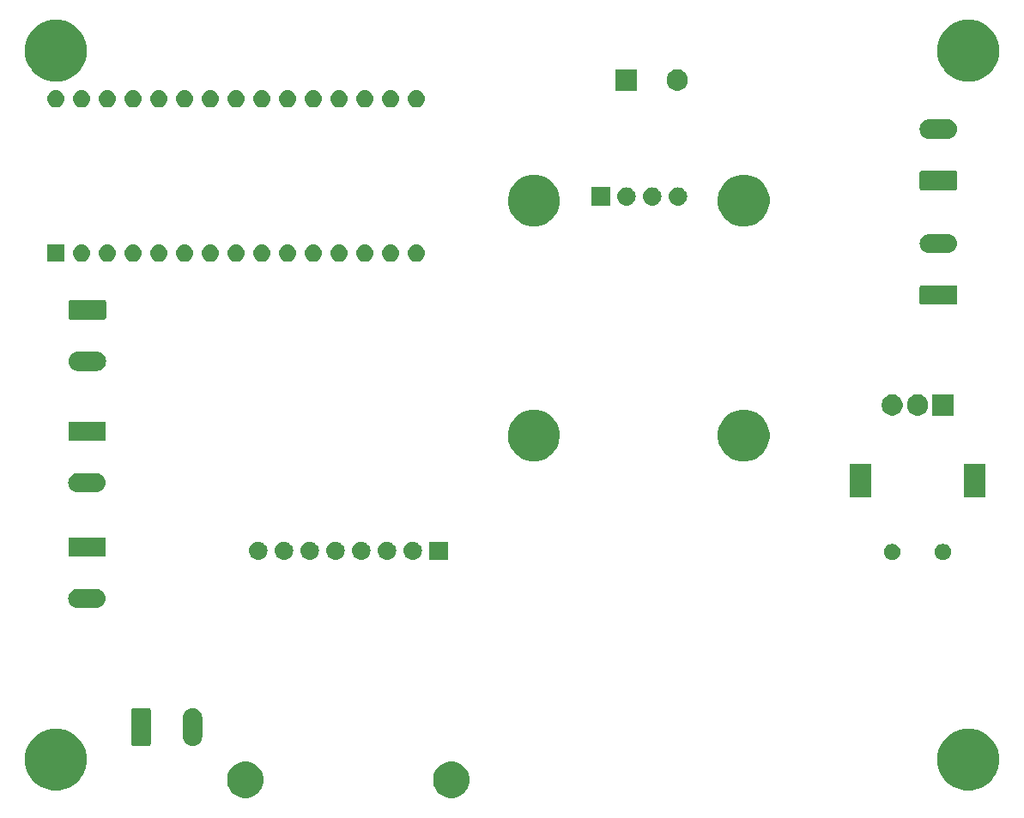
<source format=gbr>
G04 #@! TF.GenerationSoftware,KiCad,Pcbnew,5.0.2+dfsg1-1*
G04 #@! TF.CreationDate,2021-05-24T13:33:32+02:00*
G04 #@! TF.ProjectId,Reflow_Control,5265666c-6f77-45f4-936f-6e74726f6c2e,rev?*
G04 #@! TF.SameCoordinates,Original*
G04 #@! TF.FileFunction,Soldermask,Bot*
G04 #@! TF.FilePolarity,Negative*
%FSLAX46Y46*%
G04 Gerber Fmt 4.6, Leading zero omitted, Abs format (unit mm)*
G04 Created by KiCad (PCBNEW 5.0.2+dfsg1-1) date Mon 24 May 2021 01:33:32 PM CEST*
%MOMM*%
%LPD*%
G01*
G04 APERTURE LIST*
%ADD10C,0.100000*%
G04 APERTURE END LIST*
D10*
G36*
X144543331Y-125268211D02*
X144871092Y-125403974D01*
X145166073Y-125601074D01*
X145416926Y-125851927D01*
X145614026Y-126146908D01*
X145749789Y-126474669D01*
X145819000Y-126822616D01*
X145819000Y-127177384D01*
X145749789Y-127525331D01*
X145614026Y-127853092D01*
X145416926Y-128148073D01*
X145166073Y-128398926D01*
X144871092Y-128596026D01*
X144543331Y-128731789D01*
X144195384Y-128801000D01*
X143840616Y-128801000D01*
X143492669Y-128731789D01*
X143164908Y-128596026D01*
X142869927Y-128398926D01*
X142619074Y-128148073D01*
X142421974Y-127853092D01*
X142286211Y-127525331D01*
X142217000Y-127177384D01*
X142217000Y-126822616D01*
X142286211Y-126474669D01*
X142421974Y-126146908D01*
X142619074Y-125851927D01*
X142869927Y-125601074D01*
X143164908Y-125403974D01*
X143492669Y-125268211D01*
X143840616Y-125199000D01*
X144195384Y-125199000D01*
X144543331Y-125268211D01*
X144543331Y-125268211D01*
G37*
G36*
X124223331Y-125268211D02*
X124551092Y-125403974D01*
X124846073Y-125601074D01*
X125096926Y-125851927D01*
X125294026Y-126146908D01*
X125429789Y-126474669D01*
X125499000Y-126822616D01*
X125499000Y-127177384D01*
X125429789Y-127525331D01*
X125294026Y-127853092D01*
X125096926Y-128148073D01*
X124846073Y-128398926D01*
X124551092Y-128596026D01*
X124223331Y-128731789D01*
X123875384Y-128801000D01*
X123520616Y-128801000D01*
X123172669Y-128731789D01*
X122844908Y-128596026D01*
X122549927Y-128398926D01*
X122299074Y-128148073D01*
X122101974Y-127853092D01*
X121966211Y-127525331D01*
X121897000Y-127177384D01*
X121897000Y-126822616D01*
X121966211Y-126474669D01*
X122101974Y-126146908D01*
X122299074Y-125851927D01*
X122549927Y-125601074D01*
X122844908Y-125403974D01*
X123172669Y-125268211D01*
X123520616Y-125199000D01*
X123875384Y-125199000D01*
X124223331Y-125268211D01*
X124223331Y-125268211D01*
G37*
G36*
X105889941Y-122066248D02*
X105889943Y-122066249D01*
X105889944Y-122066249D01*
X106445190Y-122296239D01*
X106445191Y-122296240D01*
X106944902Y-122630136D01*
X107369864Y-123055098D01*
X107369866Y-123055101D01*
X107703761Y-123554810D01*
X107933751Y-124110056D01*
X107933752Y-124110059D01*
X108051000Y-124699501D01*
X108051000Y-125300499D01*
X107941313Y-125851930D01*
X107933751Y-125889944D01*
X107703761Y-126445190D01*
X107636021Y-126546570D01*
X107369864Y-126944902D01*
X106944902Y-127369864D01*
X106944899Y-127369866D01*
X106445190Y-127703761D01*
X105889944Y-127933751D01*
X105889943Y-127933751D01*
X105889941Y-127933752D01*
X105300499Y-128051000D01*
X104699501Y-128051000D01*
X104110059Y-127933752D01*
X104110057Y-127933751D01*
X104110056Y-127933751D01*
X103554810Y-127703761D01*
X103055101Y-127369866D01*
X103055098Y-127369864D01*
X102630136Y-126944902D01*
X102363979Y-126546570D01*
X102296239Y-126445190D01*
X102066249Y-125889944D01*
X102058688Y-125851930D01*
X101949000Y-125300499D01*
X101949000Y-124699501D01*
X102066248Y-124110059D01*
X102066249Y-124110056D01*
X102296239Y-123554810D01*
X102630134Y-123055101D01*
X102630136Y-123055098D01*
X103055098Y-122630136D01*
X103554809Y-122296240D01*
X103554810Y-122296239D01*
X104110056Y-122066249D01*
X104110057Y-122066249D01*
X104110059Y-122066248D01*
X104699501Y-121949000D01*
X105300499Y-121949000D01*
X105889941Y-122066248D01*
X105889941Y-122066248D01*
G37*
G36*
X195889941Y-122066248D02*
X195889943Y-122066249D01*
X195889944Y-122066249D01*
X196445190Y-122296239D01*
X196445191Y-122296240D01*
X196944902Y-122630136D01*
X197369864Y-123055098D01*
X197369866Y-123055101D01*
X197703761Y-123554810D01*
X197933751Y-124110056D01*
X197933752Y-124110059D01*
X198051000Y-124699501D01*
X198051000Y-125300499D01*
X197941313Y-125851930D01*
X197933751Y-125889944D01*
X197703761Y-126445190D01*
X197636021Y-126546570D01*
X197369864Y-126944902D01*
X196944902Y-127369864D01*
X196944899Y-127369866D01*
X196445190Y-127703761D01*
X195889944Y-127933751D01*
X195889943Y-127933751D01*
X195889941Y-127933752D01*
X195300499Y-128051000D01*
X194699501Y-128051000D01*
X194110059Y-127933752D01*
X194110057Y-127933751D01*
X194110056Y-127933751D01*
X193554810Y-127703761D01*
X193055101Y-127369866D01*
X193055098Y-127369864D01*
X192630136Y-126944902D01*
X192363979Y-126546570D01*
X192296239Y-126445190D01*
X192066249Y-125889944D01*
X192058688Y-125851930D01*
X191949000Y-125300499D01*
X191949000Y-124699501D01*
X192066248Y-124110059D01*
X192066249Y-124110056D01*
X192296239Y-123554810D01*
X192630134Y-123055101D01*
X192630136Y-123055098D01*
X193055098Y-122630136D01*
X193554809Y-122296240D01*
X193554810Y-122296239D01*
X194110056Y-122066249D01*
X194110057Y-122066249D01*
X194110059Y-122066248D01*
X194699501Y-121949000D01*
X195300499Y-121949000D01*
X195889941Y-122066248D01*
X195889941Y-122066248D01*
G37*
G36*
X118677424Y-119955760D02*
X118677427Y-119955761D01*
X118677428Y-119955761D01*
X118856692Y-120010140D01*
X118856694Y-120010141D01*
X118856697Y-120010142D01*
X119021904Y-120098446D01*
X119166712Y-120217288D01*
X119285552Y-120362095D01*
X119373859Y-120527305D01*
X119428240Y-120706575D01*
X119442000Y-120846282D01*
X119442000Y-122739718D01*
X119428240Y-122879425D01*
X119428239Y-122879428D01*
X119428239Y-122879429D01*
X119374950Y-123055101D01*
X119373859Y-123058695D01*
X119285552Y-123223905D01*
X119166712Y-123368712D01*
X119021905Y-123487552D01*
X118896075Y-123554810D01*
X118856693Y-123575860D01*
X118677429Y-123630239D01*
X118677428Y-123630239D01*
X118677425Y-123630240D01*
X118491000Y-123648601D01*
X118304576Y-123630240D01*
X118304573Y-123630239D01*
X118304572Y-123630239D01*
X118125308Y-123575860D01*
X118085926Y-123554810D01*
X117960096Y-123487552D01*
X117815289Y-123368712D01*
X117696449Y-123223905D01*
X117608142Y-123058695D01*
X117607052Y-123055101D01*
X117553762Y-122879429D01*
X117553762Y-122879428D01*
X117553761Y-122879425D01*
X117540000Y-122739717D01*
X117540000Y-120846283D01*
X117553760Y-120706576D01*
X117553761Y-120706572D01*
X117608140Y-120527308D01*
X117608141Y-120527306D01*
X117608142Y-120527303D01*
X117696446Y-120362096D01*
X117815288Y-120217288D01*
X117960095Y-120098448D01*
X118125305Y-120010141D01*
X118125307Y-120010140D01*
X118304571Y-119955761D01*
X118304572Y-119955761D01*
X118304575Y-119955760D01*
X118491000Y-119937399D01*
X118677424Y-119955760D01*
X118677424Y-119955760D01*
G37*
G36*
X114221918Y-119945934D02*
X114254424Y-119955795D01*
X114284383Y-119971808D01*
X114310641Y-119993359D01*
X114332192Y-120019617D01*
X114348205Y-120049576D01*
X114358066Y-120082082D01*
X114362000Y-120122029D01*
X114362000Y-123463971D01*
X114358066Y-123503918D01*
X114348205Y-123536424D01*
X114332192Y-123566383D01*
X114310641Y-123592641D01*
X114284383Y-123614192D01*
X114254424Y-123630205D01*
X114221918Y-123640066D01*
X114181971Y-123644000D01*
X112640029Y-123644000D01*
X112600082Y-123640066D01*
X112567576Y-123630205D01*
X112537617Y-123614192D01*
X112511359Y-123592641D01*
X112489808Y-123566383D01*
X112473795Y-123536424D01*
X112463934Y-123503918D01*
X112460000Y-123463971D01*
X112460000Y-120122029D01*
X112463934Y-120082082D01*
X112473795Y-120049576D01*
X112489808Y-120019617D01*
X112511359Y-119993359D01*
X112537617Y-119971808D01*
X112567576Y-119955795D01*
X112600082Y-119945934D01*
X112640029Y-119942000D01*
X114181971Y-119942000D01*
X114221918Y-119945934D01*
X114221918Y-119945934D01*
G37*
G36*
X109163425Y-108155760D02*
X109163428Y-108155761D01*
X109163429Y-108155761D01*
X109342693Y-108210140D01*
X109342695Y-108210141D01*
X109507905Y-108298448D01*
X109652712Y-108417288D01*
X109771552Y-108562095D01*
X109859859Y-108727305D01*
X109914240Y-108906575D01*
X109932601Y-109093000D01*
X109914240Y-109279425D01*
X109859859Y-109458695D01*
X109771552Y-109623905D01*
X109652712Y-109768712D01*
X109507905Y-109887552D01*
X109507903Y-109887553D01*
X109342693Y-109975860D01*
X109163429Y-110030239D01*
X109163428Y-110030239D01*
X109163425Y-110030240D01*
X109023718Y-110044000D01*
X107130282Y-110044000D01*
X106990575Y-110030240D01*
X106990572Y-110030239D01*
X106990571Y-110030239D01*
X106811307Y-109975860D01*
X106646097Y-109887553D01*
X106646095Y-109887552D01*
X106501288Y-109768712D01*
X106382448Y-109623905D01*
X106294141Y-109458695D01*
X106239760Y-109279425D01*
X106221399Y-109093000D01*
X106239760Y-108906575D01*
X106294141Y-108727305D01*
X106382448Y-108562095D01*
X106501288Y-108417288D01*
X106646095Y-108298448D01*
X106811305Y-108210141D01*
X106811307Y-108210140D01*
X106990571Y-108155761D01*
X106990572Y-108155761D01*
X106990575Y-108155760D01*
X107130282Y-108142000D01*
X109023718Y-108142000D01*
X109163425Y-108155760D01*
X109163425Y-108155760D01*
G37*
G36*
X187733643Y-103729781D02*
X187879415Y-103790162D01*
X188010611Y-103877824D01*
X188122176Y-103989389D01*
X188209838Y-104120585D01*
X188270219Y-104266357D01*
X188301000Y-104421107D01*
X188301000Y-104578893D01*
X188270219Y-104733643D01*
X188209838Y-104879415D01*
X188122176Y-105010611D01*
X188010611Y-105122176D01*
X187879415Y-105209838D01*
X187733643Y-105270219D01*
X187578893Y-105301000D01*
X187421107Y-105301000D01*
X187266357Y-105270219D01*
X187120585Y-105209838D01*
X186989389Y-105122176D01*
X186877824Y-105010611D01*
X186790162Y-104879415D01*
X186729781Y-104733643D01*
X186699000Y-104578893D01*
X186699000Y-104421107D01*
X186729781Y-104266357D01*
X186790162Y-104120585D01*
X186877824Y-103989389D01*
X186989389Y-103877824D01*
X187120585Y-103790162D01*
X187266357Y-103729781D01*
X187421107Y-103699000D01*
X187578893Y-103699000D01*
X187733643Y-103729781D01*
X187733643Y-103729781D01*
G37*
G36*
X192733643Y-103729781D02*
X192879415Y-103790162D01*
X193010611Y-103877824D01*
X193122176Y-103989389D01*
X193209838Y-104120585D01*
X193270219Y-104266357D01*
X193301000Y-104421107D01*
X193301000Y-104578893D01*
X193270219Y-104733643D01*
X193209838Y-104879415D01*
X193122176Y-105010611D01*
X193010611Y-105122176D01*
X192879415Y-105209838D01*
X192733643Y-105270219D01*
X192578893Y-105301000D01*
X192421107Y-105301000D01*
X192266357Y-105270219D01*
X192120585Y-105209838D01*
X191989389Y-105122176D01*
X191877824Y-105010611D01*
X191790162Y-104879415D01*
X191729781Y-104733643D01*
X191699000Y-104578893D01*
X191699000Y-104421107D01*
X191729781Y-104266357D01*
X191790162Y-104120585D01*
X191877824Y-103989389D01*
X191989389Y-103877824D01*
X192120585Y-103790162D01*
X192266357Y-103729781D01*
X192421107Y-103699000D01*
X192578893Y-103699000D01*
X192733643Y-103729781D01*
X192733643Y-103729781D01*
G37*
G36*
X143649000Y-105295000D02*
X141847000Y-105295000D01*
X141847000Y-103493000D01*
X143649000Y-103493000D01*
X143649000Y-105295000D01*
X143649000Y-105295000D01*
G37*
G36*
X125078442Y-103499518D02*
X125144627Y-103506037D01*
X125257853Y-103540384D01*
X125314467Y-103557557D01*
X125453087Y-103631652D01*
X125470991Y-103641222D01*
X125506729Y-103670552D01*
X125608186Y-103753814D01*
X125691448Y-103855271D01*
X125720778Y-103891009D01*
X125720779Y-103891011D01*
X125804443Y-104047533D01*
X125804443Y-104047534D01*
X125855963Y-104217373D01*
X125873359Y-104394000D01*
X125855963Y-104570627D01*
X125821616Y-104683853D01*
X125804443Y-104740467D01*
X125759837Y-104823918D01*
X125720778Y-104896991D01*
X125691448Y-104932729D01*
X125608186Y-105034186D01*
X125506729Y-105117448D01*
X125470991Y-105146778D01*
X125470989Y-105146779D01*
X125314467Y-105230443D01*
X125257853Y-105247616D01*
X125144627Y-105281963D01*
X125078443Y-105288481D01*
X125012260Y-105295000D01*
X124923740Y-105295000D01*
X124857558Y-105288482D01*
X124791373Y-105281963D01*
X124678147Y-105247616D01*
X124621533Y-105230443D01*
X124465011Y-105146779D01*
X124465009Y-105146778D01*
X124429271Y-105117448D01*
X124327814Y-105034186D01*
X124244552Y-104932729D01*
X124215222Y-104896991D01*
X124176163Y-104823918D01*
X124131557Y-104740467D01*
X124114384Y-104683853D01*
X124080037Y-104570627D01*
X124062641Y-104394000D01*
X124080037Y-104217373D01*
X124131557Y-104047534D01*
X124131557Y-104047533D01*
X124215221Y-103891011D01*
X124215222Y-103891009D01*
X124244552Y-103855271D01*
X124327814Y-103753814D01*
X124429271Y-103670552D01*
X124465009Y-103641222D01*
X124482913Y-103631652D01*
X124621533Y-103557557D01*
X124678147Y-103540384D01*
X124791373Y-103506037D01*
X124857557Y-103499519D01*
X124923740Y-103493000D01*
X125012260Y-103493000D01*
X125078442Y-103499518D01*
X125078442Y-103499518D01*
G37*
G36*
X127618442Y-103499518D02*
X127684627Y-103506037D01*
X127797853Y-103540384D01*
X127854467Y-103557557D01*
X127993087Y-103631652D01*
X128010991Y-103641222D01*
X128046729Y-103670552D01*
X128148186Y-103753814D01*
X128231448Y-103855271D01*
X128260778Y-103891009D01*
X128260779Y-103891011D01*
X128344443Y-104047533D01*
X128344443Y-104047534D01*
X128395963Y-104217373D01*
X128413359Y-104394000D01*
X128395963Y-104570627D01*
X128361616Y-104683853D01*
X128344443Y-104740467D01*
X128299837Y-104823918D01*
X128260778Y-104896991D01*
X128231448Y-104932729D01*
X128148186Y-105034186D01*
X128046729Y-105117448D01*
X128010991Y-105146778D01*
X128010989Y-105146779D01*
X127854467Y-105230443D01*
X127797853Y-105247616D01*
X127684627Y-105281963D01*
X127618443Y-105288481D01*
X127552260Y-105295000D01*
X127463740Y-105295000D01*
X127397558Y-105288482D01*
X127331373Y-105281963D01*
X127218147Y-105247616D01*
X127161533Y-105230443D01*
X127005011Y-105146779D01*
X127005009Y-105146778D01*
X126969271Y-105117448D01*
X126867814Y-105034186D01*
X126784552Y-104932729D01*
X126755222Y-104896991D01*
X126716163Y-104823918D01*
X126671557Y-104740467D01*
X126654384Y-104683853D01*
X126620037Y-104570627D01*
X126602641Y-104394000D01*
X126620037Y-104217373D01*
X126671557Y-104047534D01*
X126671557Y-104047533D01*
X126755221Y-103891011D01*
X126755222Y-103891009D01*
X126784552Y-103855271D01*
X126867814Y-103753814D01*
X126969271Y-103670552D01*
X127005009Y-103641222D01*
X127022913Y-103631652D01*
X127161533Y-103557557D01*
X127218147Y-103540384D01*
X127331373Y-103506037D01*
X127397557Y-103499519D01*
X127463740Y-103493000D01*
X127552260Y-103493000D01*
X127618442Y-103499518D01*
X127618442Y-103499518D01*
G37*
G36*
X130158442Y-103499518D02*
X130224627Y-103506037D01*
X130337853Y-103540384D01*
X130394467Y-103557557D01*
X130533087Y-103631652D01*
X130550991Y-103641222D01*
X130586729Y-103670552D01*
X130688186Y-103753814D01*
X130771448Y-103855271D01*
X130800778Y-103891009D01*
X130800779Y-103891011D01*
X130884443Y-104047533D01*
X130884443Y-104047534D01*
X130935963Y-104217373D01*
X130953359Y-104394000D01*
X130935963Y-104570627D01*
X130901616Y-104683853D01*
X130884443Y-104740467D01*
X130839837Y-104823918D01*
X130800778Y-104896991D01*
X130771448Y-104932729D01*
X130688186Y-105034186D01*
X130586729Y-105117448D01*
X130550991Y-105146778D01*
X130550989Y-105146779D01*
X130394467Y-105230443D01*
X130337853Y-105247616D01*
X130224627Y-105281963D01*
X130158443Y-105288481D01*
X130092260Y-105295000D01*
X130003740Y-105295000D01*
X129937558Y-105288482D01*
X129871373Y-105281963D01*
X129758147Y-105247616D01*
X129701533Y-105230443D01*
X129545011Y-105146779D01*
X129545009Y-105146778D01*
X129509271Y-105117448D01*
X129407814Y-105034186D01*
X129324552Y-104932729D01*
X129295222Y-104896991D01*
X129256163Y-104823918D01*
X129211557Y-104740467D01*
X129194384Y-104683853D01*
X129160037Y-104570627D01*
X129142641Y-104394000D01*
X129160037Y-104217373D01*
X129211557Y-104047534D01*
X129211557Y-104047533D01*
X129295221Y-103891011D01*
X129295222Y-103891009D01*
X129324552Y-103855271D01*
X129407814Y-103753814D01*
X129509271Y-103670552D01*
X129545009Y-103641222D01*
X129562913Y-103631652D01*
X129701533Y-103557557D01*
X129758147Y-103540384D01*
X129871373Y-103506037D01*
X129937557Y-103499519D01*
X130003740Y-103493000D01*
X130092260Y-103493000D01*
X130158442Y-103499518D01*
X130158442Y-103499518D01*
G37*
G36*
X135238442Y-103499518D02*
X135304627Y-103506037D01*
X135417853Y-103540384D01*
X135474467Y-103557557D01*
X135613087Y-103631652D01*
X135630991Y-103641222D01*
X135666729Y-103670552D01*
X135768186Y-103753814D01*
X135851448Y-103855271D01*
X135880778Y-103891009D01*
X135880779Y-103891011D01*
X135964443Y-104047533D01*
X135964443Y-104047534D01*
X136015963Y-104217373D01*
X136033359Y-104394000D01*
X136015963Y-104570627D01*
X135981616Y-104683853D01*
X135964443Y-104740467D01*
X135919837Y-104823918D01*
X135880778Y-104896991D01*
X135851448Y-104932729D01*
X135768186Y-105034186D01*
X135666729Y-105117448D01*
X135630991Y-105146778D01*
X135630989Y-105146779D01*
X135474467Y-105230443D01*
X135417853Y-105247616D01*
X135304627Y-105281963D01*
X135238443Y-105288481D01*
X135172260Y-105295000D01*
X135083740Y-105295000D01*
X135017558Y-105288482D01*
X134951373Y-105281963D01*
X134838147Y-105247616D01*
X134781533Y-105230443D01*
X134625011Y-105146779D01*
X134625009Y-105146778D01*
X134589271Y-105117448D01*
X134487814Y-105034186D01*
X134404552Y-104932729D01*
X134375222Y-104896991D01*
X134336163Y-104823918D01*
X134291557Y-104740467D01*
X134274384Y-104683853D01*
X134240037Y-104570627D01*
X134222641Y-104394000D01*
X134240037Y-104217373D01*
X134291557Y-104047534D01*
X134291557Y-104047533D01*
X134375221Y-103891011D01*
X134375222Y-103891009D01*
X134404552Y-103855271D01*
X134487814Y-103753814D01*
X134589271Y-103670552D01*
X134625009Y-103641222D01*
X134642913Y-103631652D01*
X134781533Y-103557557D01*
X134838147Y-103540384D01*
X134951373Y-103506037D01*
X135017557Y-103499519D01*
X135083740Y-103493000D01*
X135172260Y-103493000D01*
X135238442Y-103499518D01*
X135238442Y-103499518D01*
G37*
G36*
X137778442Y-103499518D02*
X137844627Y-103506037D01*
X137957853Y-103540384D01*
X138014467Y-103557557D01*
X138153087Y-103631652D01*
X138170991Y-103641222D01*
X138206729Y-103670552D01*
X138308186Y-103753814D01*
X138391448Y-103855271D01*
X138420778Y-103891009D01*
X138420779Y-103891011D01*
X138504443Y-104047533D01*
X138504443Y-104047534D01*
X138555963Y-104217373D01*
X138573359Y-104394000D01*
X138555963Y-104570627D01*
X138521616Y-104683853D01*
X138504443Y-104740467D01*
X138459837Y-104823918D01*
X138420778Y-104896991D01*
X138391448Y-104932729D01*
X138308186Y-105034186D01*
X138206729Y-105117448D01*
X138170991Y-105146778D01*
X138170989Y-105146779D01*
X138014467Y-105230443D01*
X137957853Y-105247616D01*
X137844627Y-105281963D01*
X137778443Y-105288481D01*
X137712260Y-105295000D01*
X137623740Y-105295000D01*
X137557558Y-105288482D01*
X137491373Y-105281963D01*
X137378147Y-105247616D01*
X137321533Y-105230443D01*
X137165011Y-105146779D01*
X137165009Y-105146778D01*
X137129271Y-105117448D01*
X137027814Y-105034186D01*
X136944552Y-104932729D01*
X136915222Y-104896991D01*
X136876163Y-104823918D01*
X136831557Y-104740467D01*
X136814384Y-104683853D01*
X136780037Y-104570627D01*
X136762641Y-104394000D01*
X136780037Y-104217373D01*
X136831557Y-104047534D01*
X136831557Y-104047533D01*
X136915221Y-103891011D01*
X136915222Y-103891009D01*
X136944552Y-103855271D01*
X137027814Y-103753814D01*
X137129271Y-103670552D01*
X137165009Y-103641222D01*
X137182913Y-103631652D01*
X137321533Y-103557557D01*
X137378147Y-103540384D01*
X137491373Y-103506037D01*
X137557557Y-103499519D01*
X137623740Y-103493000D01*
X137712260Y-103493000D01*
X137778442Y-103499518D01*
X137778442Y-103499518D01*
G37*
G36*
X140318442Y-103499518D02*
X140384627Y-103506037D01*
X140497853Y-103540384D01*
X140554467Y-103557557D01*
X140693087Y-103631652D01*
X140710991Y-103641222D01*
X140746729Y-103670552D01*
X140848186Y-103753814D01*
X140931448Y-103855271D01*
X140960778Y-103891009D01*
X140960779Y-103891011D01*
X141044443Y-104047533D01*
X141044443Y-104047534D01*
X141095963Y-104217373D01*
X141113359Y-104394000D01*
X141095963Y-104570627D01*
X141061616Y-104683853D01*
X141044443Y-104740467D01*
X140999837Y-104823918D01*
X140960778Y-104896991D01*
X140931448Y-104932729D01*
X140848186Y-105034186D01*
X140746729Y-105117448D01*
X140710991Y-105146778D01*
X140710989Y-105146779D01*
X140554467Y-105230443D01*
X140497853Y-105247616D01*
X140384627Y-105281963D01*
X140318443Y-105288481D01*
X140252260Y-105295000D01*
X140163740Y-105295000D01*
X140097558Y-105288482D01*
X140031373Y-105281963D01*
X139918147Y-105247616D01*
X139861533Y-105230443D01*
X139705011Y-105146779D01*
X139705009Y-105146778D01*
X139669271Y-105117448D01*
X139567814Y-105034186D01*
X139484552Y-104932729D01*
X139455222Y-104896991D01*
X139416163Y-104823918D01*
X139371557Y-104740467D01*
X139354384Y-104683853D01*
X139320037Y-104570627D01*
X139302641Y-104394000D01*
X139320037Y-104217373D01*
X139371557Y-104047534D01*
X139371557Y-104047533D01*
X139455221Y-103891011D01*
X139455222Y-103891009D01*
X139484552Y-103855271D01*
X139567814Y-103753814D01*
X139669271Y-103670552D01*
X139705009Y-103641222D01*
X139722913Y-103631652D01*
X139861533Y-103557557D01*
X139918147Y-103540384D01*
X140031373Y-103506037D01*
X140097557Y-103499519D01*
X140163740Y-103493000D01*
X140252260Y-103493000D01*
X140318442Y-103499518D01*
X140318442Y-103499518D01*
G37*
G36*
X132698442Y-103499518D02*
X132764627Y-103506037D01*
X132877853Y-103540384D01*
X132934467Y-103557557D01*
X133073087Y-103631652D01*
X133090991Y-103641222D01*
X133126729Y-103670552D01*
X133228186Y-103753814D01*
X133311448Y-103855271D01*
X133340778Y-103891009D01*
X133340779Y-103891011D01*
X133424443Y-104047533D01*
X133424443Y-104047534D01*
X133475963Y-104217373D01*
X133493359Y-104394000D01*
X133475963Y-104570627D01*
X133441616Y-104683853D01*
X133424443Y-104740467D01*
X133379837Y-104823918D01*
X133340778Y-104896991D01*
X133311448Y-104932729D01*
X133228186Y-105034186D01*
X133126729Y-105117448D01*
X133090991Y-105146778D01*
X133090989Y-105146779D01*
X132934467Y-105230443D01*
X132877853Y-105247616D01*
X132764627Y-105281963D01*
X132698443Y-105288481D01*
X132632260Y-105295000D01*
X132543740Y-105295000D01*
X132477558Y-105288482D01*
X132411373Y-105281963D01*
X132298147Y-105247616D01*
X132241533Y-105230443D01*
X132085011Y-105146779D01*
X132085009Y-105146778D01*
X132049271Y-105117448D01*
X131947814Y-105034186D01*
X131864552Y-104932729D01*
X131835222Y-104896991D01*
X131796163Y-104823918D01*
X131751557Y-104740467D01*
X131734384Y-104683853D01*
X131700037Y-104570627D01*
X131682641Y-104394000D01*
X131700037Y-104217373D01*
X131751557Y-104047534D01*
X131751557Y-104047533D01*
X131835221Y-103891011D01*
X131835222Y-103891009D01*
X131864552Y-103855271D01*
X131947814Y-103753814D01*
X132049271Y-103670552D01*
X132085009Y-103641222D01*
X132102913Y-103631652D01*
X132241533Y-103557557D01*
X132298147Y-103540384D01*
X132411373Y-103506037D01*
X132477557Y-103499519D01*
X132543740Y-103493000D01*
X132632260Y-103493000D01*
X132698442Y-103499518D01*
X132698442Y-103499518D01*
G37*
G36*
X109787918Y-103065934D02*
X109820424Y-103075795D01*
X109850383Y-103091808D01*
X109876641Y-103113359D01*
X109898192Y-103139617D01*
X109914205Y-103169576D01*
X109924066Y-103202082D01*
X109928000Y-103242029D01*
X109928000Y-104783971D01*
X109924066Y-104823918D01*
X109914205Y-104856424D01*
X109898192Y-104886383D01*
X109876641Y-104912641D01*
X109850383Y-104934192D01*
X109820424Y-104950205D01*
X109787918Y-104960066D01*
X109747971Y-104964000D01*
X106406029Y-104964000D01*
X106366082Y-104960066D01*
X106333576Y-104950205D01*
X106303617Y-104934192D01*
X106277359Y-104912641D01*
X106255808Y-104886383D01*
X106239795Y-104856424D01*
X106229934Y-104823918D01*
X106226000Y-104783971D01*
X106226000Y-103242029D01*
X106229934Y-103202082D01*
X106239795Y-103169576D01*
X106255808Y-103139617D01*
X106277359Y-103113359D01*
X106303617Y-103091808D01*
X106333576Y-103075795D01*
X106366082Y-103065934D01*
X106406029Y-103062000D01*
X109747971Y-103062000D01*
X109787918Y-103065934D01*
X109787918Y-103065934D01*
G37*
G36*
X185451000Y-99151000D02*
X183349000Y-99151000D01*
X183349000Y-95849000D01*
X185451000Y-95849000D01*
X185451000Y-99151000D01*
X185451000Y-99151000D01*
G37*
G36*
X196651000Y-99151000D02*
X194549000Y-99151000D01*
X194549000Y-95849000D01*
X196651000Y-95849000D01*
X196651000Y-99151000D01*
X196651000Y-99151000D01*
G37*
G36*
X109163425Y-96725760D02*
X109163428Y-96725761D01*
X109163429Y-96725761D01*
X109342693Y-96780140D01*
X109342695Y-96780141D01*
X109507905Y-96868448D01*
X109652712Y-96987288D01*
X109771552Y-97132095D01*
X109859859Y-97297305D01*
X109914240Y-97476575D01*
X109932601Y-97663000D01*
X109914240Y-97849425D01*
X109859859Y-98028695D01*
X109771552Y-98193905D01*
X109652712Y-98338712D01*
X109507905Y-98457552D01*
X109507903Y-98457553D01*
X109342693Y-98545860D01*
X109163429Y-98600239D01*
X109163428Y-98600239D01*
X109163425Y-98600240D01*
X109023718Y-98614000D01*
X107130282Y-98614000D01*
X106990575Y-98600240D01*
X106990572Y-98600239D01*
X106990571Y-98600239D01*
X106811307Y-98545860D01*
X106646097Y-98457553D01*
X106646095Y-98457552D01*
X106501288Y-98338712D01*
X106382448Y-98193905D01*
X106294141Y-98028695D01*
X106239760Y-97849425D01*
X106221399Y-97663000D01*
X106239760Y-97476575D01*
X106294141Y-97297305D01*
X106382448Y-97132095D01*
X106501288Y-96987288D01*
X106646095Y-96868448D01*
X106811305Y-96780141D01*
X106811307Y-96780140D01*
X106990571Y-96725761D01*
X106990572Y-96725761D01*
X106990575Y-96725760D01*
X107130282Y-96712000D01*
X109023718Y-96712000D01*
X109163425Y-96725760D01*
X109163425Y-96725760D01*
G37*
G36*
X173594096Y-90547033D02*
X173594098Y-90547034D01*
X173594099Y-90547034D01*
X174058352Y-90739333D01*
X174464346Y-91010610D01*
X174476171Y-91018511D01*
X174831489Y-91373829D01*
X174831491Y-91373832D01*
X175110667Y-91791648D01*
X175302966Y-92255901D01*
X175302967Y-92255904D01*
X175401000Y-92748747D01*
X175401000Y-93251253D01*
X175345768Y-93528924D01*
X175302966Y-93744099D01*
X175110667Y-94208352D01*
X174832750Y-94624284D01*
X174831489Y-94626171D01*
X174476171Y-94981489D01*
X174476168Y-94981491D01*
X174058352Y-95260667D01*
X173594099Y-95452966D01*
X173594098Y-95452966D01*
X173594096Y-95452967D01*
X173101253Y-95551000D01*
X172598747Y-95551000D01*
X172105904Y-95452967D01*
X172105902Y-95452966D01*
X172105901Y-95452966D01*
X171641648Y-95260667D01*
X171223832Y-94981491D01*
X171223829Y-94981489D01*
X170868511Y-94626171D01*
X170867250Y-94624284D01*
X170589333Y-94208352D01*
X170397034Y-93744099D01*
X170354233Y-93528924D01*
X170299000Y-93251253D01*
X170299000Y-92748747D01*
X170397033Y-92255904D01*
X170397034Y-92255901D01*
X170589333Y-91791648D01*
X170868509Y-91373832D01*
X170868511Y-91373829D01*
X171223829Y-91018511D01*
X171235654Y-91010610D01*
X171641648Y-90739333D01*
X172105901Y-90547034D01*
X172105902Y-90547034D01*
X172105904Y-90547033D01*
X172598747Y-90449000D01*
X173101253Y-90449000D01*
X173594096Y-90547033D01*
X173594096Y-90547033D01*
G37*
G36*
X152894096Y-90547033D02*
X152894098Y-90547034D01*
X152894099Y-90547034D01*
X153358352Y-90739333D01*
X153764346Y-91010610D01*
X153776171Y-91018511D01*
X154131489Y-91373829D01*
X154131491Y-91373832D01*
X154410667Y-91791648D01*
X154602966Y-92255901D01*
X154602967Y-92255904D01*
X154701000Y-92748747D01*
X154701000Y-93251253D01*
X154645768Y-93528924D01*
X154602966Y-93744099D01*
X154410667Y-94208352D01*
X154132750Y-94624284D01*
X154131489Y-94626171D01*
X153776171Y-94981489D01*
X153776168Y-94981491D01*
X153358352Y-95260667D01*
X152894099Y-95452966D01*
X152894098Y-95452966D01*
X152894096Y-95452967D01*
X152401253Y-95551000D01*
X151898747Y-95551000D01*
X151405904Y-95452967D01*
X151405902Y-95452966D01*
X151405901Y-95452966D01*
X150941648Y-95260667D01*
X150523832Y-94981491D01*
X150523829Y-94981489D01*
X150168511Y-94626171D01*
X150167250Y-94624284D01*
X149889333Y-94208352D01*
X149697034Y-93744099D01*
X149654233Y-93528924D01*
X149599000Y-93251253D01*
X149599000Y-92748747D01*
X149697033Y-92255904D01*
X149697034Y-92255901D01*
X149889333Y-91791648D01*
X150168509Y-91373832D01*
X150168511Y-91373829D01*
X150523829Y-91018511D01*
X150535654Y-91010610D01*
X150941648Y-90739333D01*
X151405901Y-90547034D01*
X151405902Y-90547034D01*
X151405904Y-90547033D01*
X151898747Y-90449000D01*
X152401253Y-90449000D01*
X152894096Y-90547033D01*
X152894096Y-90547033D01*
G37*
G36*
X109787918Y-91635934D02*
X109820424Y-91645795D01*
X109850383Y-91661808D01*
X109876641Y-91683359D01*
X109898192Y-91709617D01*
X109914205Y-91739576D01*
X109924066Y-91772082D01*
X109928000Y-91812029D01*
X109928000Y-93353971D01*
X109924066Y-93393918D01*
X109914205Y-93426424D01*
X109898192Y-93456383D01*
X109876641Y-93482641D01*
X109850383Y-93504192D01*
X109820424Y-93520205D01*
X109787918Y-93530066D01*
X109747971Y-93534000D01*
X106406029Y-93534000D01*
X106366082Y-93530066D01*
X106333576Y-93520205D01*
X106303617Y-93504192D01*
X106277359Y-93482641D01*
X106255808Y-93456383D01*
X106239795Y-93426424D01*
X106229934Y-93393918D01*
X106226000Y-93353971D01*
X106226000Y-91812029D01*
X106229934Y-91772082D01*
X106239795Y-91739576D01*
X106255808Y-91709617D01*
X106277359Y-91683359D01*
X106303617Y-91661808D01*
X106333576Y-91645795D01*
X106366082Y-91635934D01*
X106406029Y-91632000D01*
X109747971Y-91632000D01*
X109787918Y-91635934D01*
X109787918Y-91635934D01*
G37*
G36*
X193551000Y-91051000D02*
X191449000Y-91051000D01*
X191449000Y-88949000D01*
X193551000Y-88949000D01*
X193551000Y-91051000D01*
X193551000Y-91051000D01*
G37*
G36*
X190306565Y-88989389D02*
X190497834Y-89068615D01*
X190669976Y-89183637D01*
X190816363Y-89330024D01*
X190931385Y-89502166D01*
X191010611Y-89693435D01*
X191051000Y-89896484D01*
X191051000Y-90103516D01*
X191010611Y-90306565D01*
X190931385Y-90497834D01*
X190816363Y-90669976D01*
X190669976Y-90816363D01*
X190497834Y-90931385D01*
X190306565Y-91010611D01*
X190103516Y-91051000D01*
X189896484Y-91051000D01*
X189693435Y-91010611D01*
X189502166Y-90931385D01*
X189330024Y-90816363D01*
X189183637Y-90669976D01*
X189068615Y-90497834D01*
X188989389Y-90306565D01*
X188949000Y-90103516D01*
X188949000Y-89896484D01*
X188989389Y-89693435D01*
X189068615Y-89502166D01*
X189183637Y-89330024D01*
X189330024Y-89183637D01*
X189502166Y-89068615D01*
X189693435Y-88989389D01*
X189896484Y-88949000D01*
X190103516Y-88949000D01*
X190306565Y-88989389D01*
X190306565Y-88989389D01*
G37*
G36*
X187806565Y-88989389D02*
X187997834Y-89068615D01*
X188169976Y-89183637D01*
X188316363Y-89330024D01*
X188431385Y-89502166D01*
X188510611Y-89693435D01*
X188551000Y-89896484D01*
X188551000Y-90103516D01*
X188510611Y-90306565D01*
X188431385Y-90497834D01*
X188316363Y-90669976D01*
X188169976Y-90816363D01*
X187997834Y-90931385D01*
X187806565Y-91010611D01*
X187603516Y-91051000D01*
X187396484Y-91051000D01*
X187193435Y-91010611D01*
X187002166Y-90931385D01*
X186830024Y-90816363D01*
X186683637Y-90669976D01*
X186568615Y-90497834D01*
X186489389Y-90306565D01*
X186449000Y-90103516D01*
X186449000Y-89896484D01*
X186489389Y-89693435D01*
X186568615Y-89502166D01*
X186683637Y-89330024D01*
X186830024Y-89183637D01*
X187002166Y-89068615D01*
X187193435Y-88989389D01*
X187396484Y-88949000D01*
X187603516Y-88949000D01*
X187806565Y-88989389D01*
X187806565Y-88989389D01*
G37*
G36*
X109186425Y-84742760D02*
X109186428Y-84742761D01*
X109186429Y-84742761D01*
X109365693Y-84797140D01*
X109365695Y-84797141D01*
X109530905Y-84885448D01*
X109675712Y-85004288D01*
X109794552Y-85149095D01*
X109882859Y-85314305D01*
X109937240Y-85493575D01*
X109955601Y-85680000D01*
X109937240Y-85866425D01*
X109882859Y-86045695D01*
X109794552Y-86210905D01*
X109675712Y-86355712D01*
X109530905Y-86474552D01*
X109530903Y-86474553D01*
X109365693Y-86562860D01*
X109186429Y-86617239D01*
X109186428Y-86617239D01*
X109186425Y-86617240D01*
X109046718Y-86631000D01*
X107153282Y-86631000D01*
X107013575Y-86617240D01*
X107013572Y-86617239D01*
X107013571Y-86617239D01*
X106834307Y-86562860D01*
X106669097Y-86474553D01*
X106669095Y-86474552D01*
X106524288Y-86355712D01*
X106405448Y-86210905D01*
X106317141Y-86045695D01*
X106262760Y-85866425D01*
X106244399Y-85680000D01*
X106262760Y-85493575D01*
X106317141Y-85314305D01*
X106405448Y-85149095D01*
X106524288Y-85004288D01*
X106669095Y-84885448D01*
X106834305Y-84797141D01*
X106834307Y-84797140D01*
X107013571Y-84742761D01*
X107013572Y-84742761D01*
X107013575Y-84742760D01*
X107153282Y-84729000D01*
X109046718Y-84729000D01*
X109186425Y-84742760D01*
X109186425Y-84742760D01*
G37*
G36*
X109810918Y-79652934D02*
X109843424Y-79662795D01*
X109873383Y-79678808D01*
X109899641Y-79700359D01*
X109921192Y-79726617D01*
X109937205Y-79756576D01*
X109947066Y-79789082D01*
X109951000Y-79829029D01*
X109951000Y-81370971D01*
X109947066Y-81410918D01*
X109937205Y-81443424D01*
X109921192Y-81473383D01*
X109899641Y-81499641D01*
X109873383Y-81521192D01*
X109843424Y-81537205D01*
X109810918Y-81547066D01*
X109770971Y-81551000D01*
X106429029Y-81551000D01*
X106389082Y-81547066D01*
X106356576Y-81537205D01*
X106326617Y-81521192D01*
X106300359Y-81499641D01*
X106278808Y-81473383D01*
X106262795Y-81443424D01*
X106252934Y-81410918D01*
X106249000Y-81370971D01*
X106249000Y-79829029D01*
X106252934Y-79789082D01*
X106262795Y-79756576D01*
X106278808Y-79726617D01*
X106300359Y-79700359D01*
X106326617Y-79678808D01*
X106356576Y-79662795D01*
X106389082Y-79652934D01*
X106429029Y-79649000D01*
X109770971Y-79649000D01*
X109810918Y-79652934D01*
X109810918Y-79652934D01*
G37*
G36*
X193773418Y-78182934D02*
X193805924Y-78192795D01*
X193835883Y-78208808D01*
X193862141Y-78230359D01*
X193883692Y-78256617D01*
X193899705Y-78286576D01*
X193909566Y-78319082D01*
X193913500Y-78359029D01*
X193913500Y-79900971D01*
X193909566Y-79940918D01*
X193899705Y-79973424D01*
X193883692Y-80003383D01*
X193862141Y-80029641D01*
X193835883Y-80051192D01*
X193805924Y-80067205D01*
X193773418Y-80077066D01*
X193733471Y-80081000D01*
X190391529Y-80081000D01*
X190351582Y-80077066D01*
X190319076Y-80067205D01*
X190289117Y-80051192D01*
X190262859Y-80029641D01*
X190241308Y-80003383D01*
X190225295Y-79973424D01*
X190215434Y-79940918D01*
X190211500Y-79900971D01*
X190211500Y-78359029D01*
X190215434Y-78319082D01*
X190225295Y-78286576D01*
X190241308Y-78256617D01*
X190262859Y-78230359D01*
X190289117Y-78208808D01*
X190319076Y-78192795D01*
X190351582Y-78182934D01*
X190391529Y-78179000D01*
X193733471Y-78179000D01*
X193773418Y-78182934D01*
X193773418Y-78182934D01*
G37*
G36*
X138186821Y-74161313D02*
X138186824Y-74161314D01*
X138186825Y-74161314D01*
X138347239Y-74209975D01*
X138347241Y-74209976D01*
X138347244Y-74209977D01*
X138495078Y-74288995D01*
X138624659Y-74395341D01*
X138731005Y-74524922D01*
X138810023Y-74672756D01*
X138858687Y-74833179D01*
X138875117Y-75000000D01*
X138858687Y-75166821D01*
X138810023Y-75327244D01*
X138731005Y-75475078D01*
X138624659Y-75604659D01*
X138495078Y-75711005D01*
X138347244Y-75790023D01*
X138347241Y-75790024D01*
X138347239Y-75790025D01*
X138186825Y-75838686D01*
X138186824Y-75838686D01*
X138186821Y-75838687D01*
X138061804Y-75851000D01*
X137978196Y-75851000D01*
X137853179Y-75838687D01*
X137853176Y-75838686D01*
X137853175Y-75838686D01*
X137692761Y-75790025D01*
X137692759Y-75790024D01*
X137692756Y-75790023D01*
X137544922Y-75711005D01*
X137415341Y-75604659D01*
X137308995Y-75475078D01*
X137229977Y-75327244D01*
X137181313Y-75166821D01*
X137164883Y-75000000D01*
X137181313Y-74833179D01*
X137229977Y-74672756D01*
X137308995Y-74524922D01*
X137415341Y-74395341D01*
X137544922Y-74288995D01*
X137692756Y-74209977D01*
X137692759Y-74209976D01*
X137692761Y-74209975D01*
X137853175Y-74161314D01*
X137853176Y-74161314D01*
X137853179Y-74161313D01*
X137978196Y-74149000D01*
X138061804Y-74149000D01*
X138186821Y-74161313D01*
X138186821Y-74161313D01*
G37*
G36*
X140726821Y-74161313D02*
X140726824Y-74161314D01*
X140726825Y-74161314D01*
X140887239Y-74209975D01*
X140887241Y-74209976D01*
X140887244Y-74209977D01*
X141035078Y-74288995D01*
X141164659Y-74395341D01*
X141271005Y-74524922D01*
X141350023Y-74672756D01*
X141398687Y-74833179D01*
X141415117Y-75000000D01*
X141398687Y-75166821D01*
X141350023Y-75327244D01*
X141271005Y-75475078D01*
X141164659Y-75604659D01*
X141035078Y-75711005D01*
X140887244Y-75790023D01*
X140887241Y-75790024D01*
X140887239Y-75790025D01*
X140726825Y-75838686D01*
X140726824Y-75838686D01*
X140726821Y-75838687D01*
X140601804Y-75851000D01*
X140518196Y-75851000D01*
X140393179Y-75838687D01*
X140393176Y-75838686D01*
X140393175Y-75838686D01*
X140232761Y-75790025D01*
X140232759Y-75790024D01*
X140232756Y-75790023D01*
X140084922Y-75711005D01*
X139955341Y-75604659D01*
X139848995Y-75475078D01*
X139769977Y-75327244D01*
X139721313Y-75166821D01*
X139704883Y-75000000D01*
X139721313Y-74833179D01*
X139769977Y-74672756D01*
X139848995Y-74524922D01*
X139955341Y-74395341D01*
X140084922Y-74288995D01*
X140232756Y-74209977D01*
X140232759Y-74209976D01*
X140232761Y-74209975D01*
X140393175Y-74161314D01*
X140393176Y-74161314D01*
X140393179Y-74161313D01*
X140518196Y-74149000D01*
X140601804Y-74149000D01*
X140726821Y-74161313D01*
X140726821Y-74161313D01*
G37*
G36*
X105851000Y-75851000D02*
X104149000Y-75851000D01*
X104149000Y-74149000D01*
X105851000Y-74149000D01*
X105851000Y-75851000D01*
X105851000Y-75851000D01*
G37*
G36*
X133106821Y-74161313D02*
X133106824Y-74161314D01*
X133106825Y-74161314D01*
X133267239Y-74209975D01*
X133267241Y-74209976D01*
X133267244Y-74209977D01*
X133415078Y-74288995D01*
X133544659Y-74395341D01*
X133651005Y-74524922D01*
X133730023Y-74672756D01*
X133778687Y-74833179D01*
X133795117Y-75000000D01*
X133778687Y-75166821D01*
X133730023Y-75327244D01*
X133651005Y-75475078D01*
X133544659Y-75604659D01*
X133415078Y-75711005D01*
X133267244Y-75790023D01*
X133267241Y-75790024D01*
X133267239Y-75790025D01*
X133106825Y-75838686D01*
X133106824Y-75838686D01*
X133106821Y-75838687D01*
X132981804Y-75851000D01*
X132898196Y-75851000D01*
X132773179Y-75838687D01*
X132773176Y-75838686D01*
X132773175Y-75838686D01*
X132612761Y-75790025D01*
X132612759Y-75790024D01*
X132612756Y-75790023D01*
X132464922Y-75711005D01*
X132335341Y-75604659D01*
X132228995Y-75475078D01*
X132149977Y-75327244D01*
X132101313Y-75166821D01*
X132084883Y-75000000D01*
X132101313Y-74833179D01*
X132149977Y-74672756D01*
X132228995Y-74524922D01*
X132335341Y-74395341D01*
X132464922Y-74288995D01*
X132612756Y-74209977D01*
X132612759Y-74209976D01*
X132612761Y-74209975D01*
X132773175Y-74161314D01*
X132773176Y-74161314D01*
X132773179Y-74161313D01*
X132898196Y-74149000D01*
X132981804Y-74149000D01*
X133106821Y-74161313D01*
X133106821Y-74161313D01*
G37*
G36*
X130566821Y-74161313D02*
X130566824Y-74161314D01*
X130566825Y-74161314D01*
X130727239Y-74209975D01*
X130727241Y-74209976D01*
X130727244Y-74209977D01*
X130875078Y-74288995D01*
X131004659Y-74395341D01*
X131111005Y-74524922D01*
X131190023Y-74672756D01*
X131238687Y-74833179D01*
X131255117Y-75000000D01*
X131238687Y-75166821D01*
X131190023Y-75327244D01*
X131111005Y-75475078D01*
X131004659Y-75604659D01*
X130875078Y-75711005D01*
X130727244Y-75790023D01*
X130727241Y-75790024D01*
X130727239Y-75790025D01*
X130566825Y-75838686D01*
X130566824Y-75838686D01*
X130566821Y-75838687D01*
X130441804Y-75851000D01*
X130358196Y-75851000D01*
X130233179Y-75838687D01*
X130233176Y-75838686D01*
X130233175Y-75838686D01*
X130072761Y-75790025D01*
X130072759Y-75790024D01*
X130072756Y-75790023D01*
X129924922Y-75711005D01*
X129795341Y-75604659D01*
X129688995Y-75475078D01*
X129609977Y-75327244D01*
X129561313Y-75166821D01*
X129544883Y-75000000D01*
X129561313Y-74833179D01*
X129609977Y-74672756D01*
X129688995Y-74524922D01*
X129795341Y-74395341D01*
X129924922Y-74288995D01*
X130072756Y-74209977D01*
X130072759Y-74209976D01*
X130072761Y-74209975D01*
X130233175Y-74161314D01*
X130233176Y-74161314D01*
X130233179Y-74161313D01*
X130358196Y-74149000D01*
X130441804Y-74149000D01*
X130566821Y-74161313D01*
X130566821Y-74161313D01*
G37*
G36*
X135646821Y-74161313D02*
X135646824Y-74161314D01*
X135646825Y-74161314D01*
X135807239Y-74209975D01*
X135807241Y-74209976D01*
X135807244Y-74209977D01*
X135955078Y-74288995D01*
X136084659Y-74395341D01*
X136191005Y-74524922D01*
X136270023Y-74672756D01*
X136318687Y-74833179D01*
X136335117Y-75000000D01*
X136318687Y-75166821D01*
X136270023Y-75327244D01*
X136191005Y-75475078D01*
X136084659Y-75604659D01*
X135955078Y-75711005D01*
X135807244Y-75790023D01*
X135807241Y-75790024D01*
X135807239Y-75790025D01*
X135646825Y-75838686D01*
X135646824Y-75838686D01*
X135646821Y-75838687D01*
X135521804Y-75851000D01*
X135438196Y-75851000D01*
X135313179Y-75838687D01*
X135313176Y-75838686D01*
X135313175Y-75838686D01*
X135152761Y-75790025D01*
X135152759Y-75790024D01*
X135152756Y-75790023D01*
X135004922Y-75711005D01*
X134875341Y-75604659D01*
X134768995Y-75475078D01*
X134689977Y-75327244D01*
X134641313Y-75166821D01*
X134624883Y-75000000D01*
X134641313Y-74833179D01*
X134689977Y-74672756D01*
X134768995Y-74524922D01*
X134875341Y-74395341D01*
X135004922Y-74288995D01*
X135152756Y-74209977D01*
X135152759Y-74209976D01*
X135152761Y-74209975D01*
X135313175Y-74161314D01*
X135313176Y-74161314D01*
X135313179Y-74161313D01*
X135438196Y-74149000D01*
X135521804Y-74149000D01*
X135646821Y-74161313D01*
X135646821Y-74161313D01*
G37*
G36*
X115326821Y-74161313D02*
X115326824Y-74161314D01*
X115326825Y-74161314D01*
X115487239Y-74209975D01*
X115487241Y-74209976D01*
X115487244Y-74209977D01*
X115635078Y-74288995D01*
X115764659Y-74395341D01*
X115871005Y-74524922D01*
X115950023Y-74672756D01*
X115998687Y-74833179D01*
X116015117Y-75000000D01*
X115998687Y-75166821D01*
X115950023Y-75327244D01*
X115871005Y-75475078D01*
X115764659Y-75604659D01*
X115635078Y-75711005D01*
X115487244Y-75790023D01*
X115487241Y-75790024D01*
X115487239Y-75790025D01*
X115326825Y-75838686D01*
X115326824Y-75838686D01*
X115326821Y-75838687D01*
X115201804Y-75851000D01*
X115118196Y-75851000D01*
X114993179Y-75838687D01*
X114993176Y-75838686D01*
X114993175Y-75838686D01*
X114832761Y-75790025D01*
X114832759Y-75790024D01*
X114832756Y-75790023D01*
X114684922Y-75711005D01*
X114555341Y-75604659D01*
X114448995Y-75475078D01*
X114369977Y-75327244D01*
X114321313Y-75166821D01*
X114304883Y-75000000D01*
X114321313Y-74833179D01*
X114369977Y-74672756D01*
X114448995Y-74524922D01*
X114555341Y-74395341D01*
X114684922Y-74288995D01*
X114832756Y-74209977D01*
X114832759Y-74209976D01*
X114832761Y-74209975D01*
X114993175Y-74161314D01*
X114993176Y-74161314D01*
X114993179Y-74161313D01*
X115118196Y-74149000D01*
X115201804Y-74149000D01*
X115326821Y-74161313D01*
X115326821Y-74161313D01*
G37*
G36*
X107706821Y-74161313D02*
X107706824Y-74161314D01*
X107706825Y-74161314D01*
X107867239Y-74209975D01*
X107867241Y-74209976D01*
X107867244Y-74209977D01*
X108015078Y-74288995D01*
X108144659Y-74395341D01*
X108251005Y-74524922D01*
X108330023Y-74672756D01*
X108378687Y-74833179D01*
X108395117Y-75000000D01*
X108378687Y-75166821D01*
X108330023Y-75327244D01*
X108251005Y-75475078D01*
X108144659Y-75604659D01*
X108015078Y-75711005D01*
X107867244Y-75790023D01*
X107867241Y-75790024D01*
X107867239Y-75790025D01*
X107706825Y-75838686D01*
X107706824Y-75838686D01*
X107706821Y-75838687D01*
X107581804Y-75851000D01*
X107498196Y-75851000D01*
X107373179Y-75838687D01*
X107373176Y-75838686D01*
X107373175Y-75838686D01*
X107212761Y-75790025D01*
X107212759Y-75790024D01*
X107212756Y-75790023D01*
X107064922Y-75711005D01*
X106935341Y-75604659D01*
X106828995Y-75475078D01*
X106749977Y-75327244D01*
X106701313Y-75166821D01*
X106684883Y-75000000D01*
X106701313Y-74833179D01*
X106749977Y-74672756D01*
X106828995Y-74524922D01*
X106935341Y-74395341D01*
X107064922Y-74288995D01*
X107212756Y-74209977D01*
X107212759Y-74209976D01*
X107212761Y-74209975D01*
X107373175Y-74161314D01*
X107373176Y-74161314D01*
X107373179Y-74161313D01*
X107498196Y-74149000D01*
X107581804Y-74149000D01*
X107706821Y-74161313D01*
X107706821Y-74161313D01*
G37*
G36*
X117866821Y-74161313D02*
X117866824Y-74161314D01*
X117866825Y-74161314D01*
X118027239Y-74209975D01*
X118027241Y-74209976D01*
X118027244Y-74209977D01*
X118175078Y-74288995D01*
X118304659Y-74395341D01*
X118411005Y-74524922D01*
X118490023Y-74672756D01*
X118538687Y-74833179D01*
X118555117Y-75000000D01*
X118538687Y-75166821D01*
X118490023Y-75327244D01*
X118411005Y-75475078D01*
X118304659Y-75604659D01*
X118175078Y-75711005D01*
X118027244Y-75790023D01*
X118027241Y-75790024D01*
X118027239Y-75790025D01*
X117866825Y-75838686D01*
X117866824Y-75838686D01*
X117866821Y-75838687D01*
X117741804Y-75851000D01*
X117658196Y-75851000D01*
X117533179Y-75838687D01*
X117533176Y-75838686D01*
X117533175Y-75838686D01*
X117372761Y-75790025D01*
X117372759Y-75790024D01*
X117372756Y-75790023D01*
X117224922Y-75711005D01*
X117095341Y-75604659D01*
X116988995Y-75475078D01*
X116909977Y-75327244D01*
X116861313Y-75166821D01*
X116844883Y-75000000D01*
X116861313Y-74833179D01*
X116909977Y-74672756D01*
X116988995Y-74524922D01*
X117095341Y-74395341D01*
X117224922Y-74288995D01*
X117372756Y-74209977D01*
X117372759Y-74209976D01*
X117372761Y-74209975D01*
X117533175Y-74161314D01*
X117533176Y-74161314D01*
X117533179Y-74161313D01*
X117658196Y-74149000D01*
X117741804Y-74149000D01*
X117866821Y-74161313D01*
X117866821Y-74161313D01*
G37*
G36*
X128026821Y-74161313D02*
X128026824Y-74161314D01*
X128026825Y-74161314D01*
X128187239Y-74209975D01*
X128187241Y-74209976D01*
X128187244Y-74209977D01*
X128335078Y-74288995D01*
X128464659Y-74395341D01*
X128571005Y-74524922D01*
X128650023Y-74672756D01*
X128698687Y-74833179D01*
X128715117Y-75000000D01*
X128698687Y-75166821D01*
X128650023Y-75327244D01*
X128571005Y-75475078D01*
X128464659Y-75604659D01*
X128335078Y-75711005D01*
X128187244Y-75790023D01*
X128187241Y-75790024D01*
X128187239Y-75790025D01*
X128026825Y-75838686D01*
X128026824Y-75838686D01*
X128026821Y-75838687D01*
X127901804Y-75851000D01*
X127818196Y-75851000D01*
X127693179Y-75838687D01*
X127693176Y-75838686D01*
X127693175Y-75838686D01*
X127532761Y-75790025D01*
X127532759Y-75790024D01*
X127532756Y-75790023D01*
X127384922Y-75711005D01*
X127255341Y-75604659D01*
X127148995Y-75475078D01*
X127069977Y-75327244D01*
X127021313Y-75166821D01*
X127004883Y-75000000D01*
X127021313Y-74833179D01*
X127069977Y-74672756D01*
X127148995Y-74524922D01*
X127255341Y-74395341D01*
X127384922Y-74288995D01*
X127532756Y-74209977D01*
X127532759Y-74209976D01*
X127532761Y-74209975D01*
X127693175Y-74161314D01*
X127693176Y-74161314D01*
X127693179Y-74161313D01*
X127818196Y-74149000D01*
X127901804Y-74149000D01*
X128026821Y-74161313D01*
X128026821Y-74161313D01*
G37*
G36*
X125486821Y-74161313D02*
X125486824Y-74161314D01*
X125486825Y-74161314D01*
X125647239Y-74209975D01*
X125647241Y-74209976D01*
X125647244Y-74209977D01*
X125795078Y-74288995D01*
X125924659Y-74395341D01*
X126031005Y-74524922D01*
X126110023Y-74672756D01*
X126158687Y-74833179D01*
X126175117Y-75000000D01*
X126158687Y-75166821D01*
X126110023Y-75327244D01*
X126031005Y-75475078D01*
X125924659Y-75604659D01*
X125795078Y-75711005D01*
X125647244Y-75790023D01*
X125647241Y-75790024D01*
X125647239Y-75790025D01*
X125486825Y-75838686D01*
X125486824Y-75838686D01*
X125486821Y-75838687D01*
X125361804Y-75851000D01*
X125278196Y-75851000D01*
X125153179Y-75838687D01*
X125153176Y-75838686D01*
X125153175Y-75838686D01*
X124992761Y-75790025D01*
X124992759Y-75790024D01*
X124992756Y-75790023D01*
X124844922Y-75711005D01*
X124715341Y-75604659D01*
X124608995Y-75475078D01*
X124529977Y-75327244D01*
X124481313Y-75166821D01*
X124464883Y-75000000D01*
X124481313Y-74833179D01*
X124529977Y-74672756D01*
X124608995Y-74524922D01*
X124715341Y-74395341D01*
X124844922Y-74288995D01*
X124992756Y-74209977D01*
X124992759Y-74209976D01*
X124992761Y-74209975D01*
X125153175Y-74161314D01*
X125153176Y-74161314D01*
X125153179Y-74161313D01*
X125278196Y-74149000D01*
X125361804Y-74149000D01*
X125486821Y-74161313D01*
X125486821Y-74161313D01*
G37*
G36*
X122946821Y-74161313D02*
X122946824Y-74161314D01*
X122946825Y-74161314D01*
X123107239Y-74209975D01*
X123107241Y-74209976D01*
X123107244Y-74209977D01*
X123255078Y-74288995D01*
X123384659Y-74395341D01*
X123491005Y-74524922D01*
X123570023Y-74672756D01*
X123618687Y-74833179D01*
X123635117Y-75000000D01*
X123618687Y-75166821D01*
X123570023Y-75327244D01*
X123491005Y-75475078D01*
X123384659Y-75604659D01*
X123255078Y-75711005D01*
X123107244Y-75790023D01*
X123107241Y-75790024D01*
X123107239Y-75790025D01*
X122946825Y-75838686D01*
X122946824Y-75838686D01*
X122946821Y-75838687D01*
X122821804Y-75851000D01*
X122738196Y-75851000D01*
X122613179Y-75838687D01*
X122613176Y-75838686D01*
X122613175Y-75838686D01*
X122452761Y-75790025D01*
X122452759Y-75790024D01*
X122452756Y-75790023D01*
X122304922Y-75711005D01*
X122175341Y-75604659D01*
X122068995Y-75475078D01*
X121989977Y-75327244D01*
X121941313Y-75166821D01*
X121924883Y-75000000D01*
X121941313Y-74833179D01*
X121989977Y-74672756D01*
X122068995Y-74524922D01*
X122175341Y-74395341D01*
X122304922Y-74288995D01*
X122452756Y-74209977D01*
X122452759Y-74209976D01*
X122452761Y-74209975D01*
X122613175Y-74161314D01*
X122613176Y-74161314D01*
X122613179Y-74161313D01*
X122738196Y-74149000D01*
X122821804Y-74149000D01*
X122946821Y-74161313D01*
X122946821Y-74161313D01*
G37*
G36*
X120406821Y-74161313D02*
X120406824Y-74161314D01*
X120406825Y-74161314D01*
X120567239Y-74209975D01*
X120567241Y-74209976D01*
X120567244Y-74209977D01*
X120715078Y-74288995D01*
X120844659Y-74395341D01*
X120951005Y-74524922D01*
X121030023Y-74672756D01*
X121078687Y-74833179D01*
X121095117Y-75000000D01*
X121078687Y-75166821D01*
X121030023Y-75327244D01*
X120951005Y-75475078D01*
X120844659Y-75604659D01*
X120715078Y-75711005D01*
X120567244Y-75790023D01*
X120567241Y-75790024D01*
X120567239Y-75790025D01*
X120406825Y-75838686D01*
X120406824Y-75838686D01*
X120406821Y-75838687D01*
X120281804Y-75851000D01*
X120198196Y-75851000D01*
X120073179Y-75838687D01*
X120073176Y-75838686D01*
X120073175Y-75838686D01*
X119912761Y-75790025D01*
X119912759Y-75790024D01*
X119912756Y-75790023D01*
X119764922Y-75711005D01*
X119635341Y-75604659D01*
X119528995Y-75475078D01*
X119449977Y-75327244D01*
X119401313Y-75166821D01*
X119384883Y-75000000D01*
X119401313Y-74833179D01*
X119449977Y-74672756D01*
X119528995Y-74524922D01*
X119635341Y-74395341D01*
X119764922Y-74288995D01*
X119912756Y-74209977D01*
X119912759Y-74209976D01*
X119912761Y-74209975D01*
X120073175Y-74161314D01*
X120073176Y-74161314D01*
X120073179Y-74161313D01*
X120198196Y-74149000D01*
X120281804Y-74149000D01*
X120406821Y-74161313D01*
X120406821Y-74161313D01*
G37*
G36*
X110246821Y-74161313D02*
X110246824Y-74161314D01*
X110246825Y-74161314D01*
X110407239Y-74209975D01*
X110407241Y-74209976D01*
X110407244Y-74209977D01*
X110555078Y-74288995D01*
X110684659Y-74395341D01*
X110791005Y-74524922D01*
X110870023Y-74672756D01*
X110918687Y-74833179D01*
X110935117Y-75000000D01*
X110918687Y-75166821D01*
X110870023Y-75327244D01*
X110791005Y-75475078D01*
X110684659Y-75604659D01*
X110555078Y-75711005D01*
X110407244Y-75790023D01*
X110407241Y-75790024D01*
X110407239Y-75790025D01*
X110246825Y-75838686D01*
X110246824Y-75838686D01*
X110246821Y-75838687D01*
X110121804Y-75851000D01*
X110038196Y-75851000D01*
X109913179Y-75838687D01*
X109913176Y-75838686D01*
X109913175Y-75838686D01*
X109752761Y-75790025D01*
X109752759Y-75790024D01*
X109752756Y-75790023D01*
X109604922Y-75711005D01*
X109475341Y-75604659D01*
X109368995Y-75475078D01*
X109289977Y-75327244D01*
X109241313Y-75166821D01*
X109224883Y-75000000D01*
X109241313Y-74833179D01*
X109289977Y-74672756D01*
X109368995Y-74524922D01*
X109475341Y-74395341D01*
X109604922Y-74288995D01*
X109752756Y-74209977D01*
X109752759Y-74209976D01*
X109752761Y-74209975D01*
X109913175Y-74161314D01*
X109913176Y-74161314D01*
X109913179Y-74161313D01*
X110038196Y-74149000D01*
X110121804Y-74149000D01*
X110246821Y-74161313D01*
X110246821Y-74161313D01*
G37*
G36*
X112786821Y-74161313D02*
X112786824Y-74161314D01*
X112786825Y-74161314D01*
X112947239Y-74209975D01*
X112947241Y-74209976D01*
X112947244Y-74209977D01*
X113095078Y-74288995D01*
X113224659Y-74395341D01*
X113331005Y-74524922D01*
X113410023Y-74672756D01*
X113458687Y-74833179D01*
X113475117Y-75000000D01*
X113458687Y-75166821D01*
X113410023Y-75327244D01*
X113331005Y-75475078D01*
X113224659Y-75604659D01*
X113095078Y-75711005D01*
X112947244Y-75790023D01*
X112947241Y-75790024D01*
X112947239Y-75790025D01*
X112786825Y-75838686D01*
X112786824Y-75838686D01*
X112786821Y-75838687D01*
X112661804Y-75851000D01*
X112578196Y-75851000D01*
X112453179Y-75838687D01*
X112453176Y-75838686D01*
X112453175Y-75838686D01*
X112292761Y-75790025D01*
X112292759Y-75790024D01*
X112292756Y-75790023D01*
X112144922Y-75711005D01*
X112015341Y-75604659D01*
X111908995Y-75475078D01*
X111829977Y-75327244D01*
X111781313Y-75166821D01*
X111764883Y-75000000D01*
X111781313Y-74833179D01*
X111829977Y-74672756D01*
X111908995Y-74524922D01*
X112015341Y-74395341D01*
X112144922Y-74288995D01*
X112292756Y-74209977D01*
X112292759Y-74209976D01*
X112292761Y-74209975D01*
X112453175Y-74161314D01*
X112453176Y-74161314D01*
X112453179Y-74161313D01*
X112578196Y-74149000D01*
X112661804Y-74149000D01*
X112786821Y-74161313D01*
X112786821Y-74161313D01*
G37*
G36*
X193148925Y-73112760D02*
X193148928Y-73112761D01*
X193148929Y-73112761D01*
X193328193Y-73167140D01*
X193328195Y-73167141D01*
X193493405Y-73255448D01*
X193638212Y-73374288D01*
X193757052Y-73519095D01*
X193845359Y-73684305D01*
X193899740Y-73863575D01*
X193918101Y-74050000D01*
X193899740Y-74236425D01*
X193899739Y-74236428D01*
X193899739Y-74236429D01*
X193851534Y-74395341D01*
X193845359Y-74415695D01*
X193757052Y-74580905D01*
X193638212Y-74725712D01*
X193493405Y-74844552D01*
X193493403Y-74844553D01*
X193328193Y-74932860D01*
X193148929Y-74987239D01*
X193148928Y-74987239D01*
X193148925Y-74987240D01*
X193009218Y-75001000D01*
X191115782Y-75001000D01*
X190976075Y-74987240D01*
X190976072Y-74987239D01*
X190976071Y-74987239D01*
X190796807Y-74932860D01*
X190631597Y-74844553D01*
X190631595Y-74844552D01*
X190486788Y-74725712D01*
X190367948Y-74580905D01*
X190279641Y-74415695D01*
X190273467Y-74395341D01*
X190225261Y-74236429D01*
X190225261Y-74236428D01*
X190225260Y-74236425D01*
X190206899Y-74050000D01*
X190225260Y-73863575D01*
X190279641Y-73684305D01*
X190367948Y-73519095D01*
X190486788Y-73374288D01*
X190631595Y-73255448D01*
X190796805Y-73167141D01*
X190796807Y-73167140D01*
X190976071Y-73112761D01*
X190976072Y-73112761D01*
X190976075Y-73112760D01*
X191115782Y-73099000D01*
X193009218Y-73099000D01*
X193148925Y-73112760D01*
X193148925Y-73112760D01*
G37*
G36*
X152894096Y-67347033D02*
X152894098Y-67347034D01*
X152894099Y-67347034D01*
X153358352Y-67539333D01*
X153774284Y-67817250D01*
X153776171Y-67818511D01*
X154131489Y-68173829D01*
X154131491Y-68173832D01*
X154410667Y-68591648D01*
X154602966Y-69055901D01*
X154602967Y-69055904D01*
X154636279Y-69223375D01*
X154701000Y-69548748D01*
X154701000Y-70051252D01*
X154602966Y-70544099D01*
X154410667Y-71008352D01*
X154132750Y-71424284D01*
X154131489Y-71426171D01*
X153776171Y-71781489D01*
X153776168Y-71781491D01*
X153358352Y-72060667D01*
X152894099Y-72252966D01*
X152894098Y-72252966D01*
X152894096Y-72252967D01*
X152401253Y-72351000D01*
X151898747Y-72351000D01*
X151405904Y-72252967D01*
X151405902Y-72252966D01*
X151405901Y-72252966D01*
X150941648Y-72060667D01*
X150523832Y-71781491D01*
X150523829Y-71781489D01*
X150168511Y-71426171D01*
X150167250Y-71424284D01*
X149889333Y-71008352D01*
X149697034Y-70544099D01*
X149599000Y-70051252D01*
X149599000Y-69548748D01*
X149663721Y-69223375D01*
X149697033Y-69055904D01*
X149697034Y-69055901D01*
X149889333Y-68591648D01*
X150168509Y-68173832D01*
X150168511Y-68173829D01*
X150523829Y-67818511D01*
X150525716Y-67817250D01*
X150941648Y-67539333D01*
X151405901Y-67347034D01*
X151405902Y-67347034D01*
X151405904Y-67347033D01*
X151898747Y-67249000D01*
X152401253Y-67249000D01*
X152894096Y-67347033D01*
X152894096Y-67347033D01*
G37*
G36*
X173594096Y-67347033D02*
X173594098Y-67347034D01*
X173594099Y-67347034D01*
X174058352Y-67539333D01*
X174474284Y-67817250D01*
X174476171Y-67818511D01*
X174831489Y-68173829D01*
X174831491Y-68173832D01*
X175110667Y-68591648D01*
X175302966Y-69055901D01*
X175302967Y-69055904D01*
X175336279Y-69223375D01*
X175401000Y-69548748D01*
X175401000Y-70051252D01*
X175302966Y-70544099D01*
X175110667Y-71008352D01*
X174832750Y-71424284D01*
X174831489Y-71426171D01*
X174476171Y-71781489D01*
X174476168Y-71781491D01*
X174058352Y-72060667D01*
X173594099Y-72252966D01*
X173594098Y-72252966D01*
X173594096Y-72252967D01*
X173101253Y-72351000D01*
X172598747Y-72351000D01*
X172105904Y-72252967D01*
X172105902Y-72252966D01*
X172105901Y-72252966D01*
X171641648Y-72060667D01*
X171223832Y-71781491D01*
X171223829Y-71781489D01*
X170868511Y-71426171D01*
X170867250Y-71424284D01*
X170589333Y-71008352D01*
X170397034Y-70544099D01*
X170299000Y-70051252D01*
X170299000Y-69548748D01*
X170363721Y-69223375D01*
X170397033Y-69055904D01*
X170397034Y-69055901D01*
X170589333Y-68591648D01*
X170868509Y-68173832D01*
X170868511Y-68173829D01*
X171223829Y-67818511D01*
X171225716Y-67817250D01*
X171641648Y-67539333D01*
X172105901Y-67347034D01*
X172105902Y-67347034D01*
X172105904Y-67347033D01*
X172598747Y-67249000D01*
X173101253Y-67249000D01*
X173594096Y-67347033D01*
X173594096Y-67347033D01*
G37*
G36*
X166480442Y-68505518D02*
X166546627Y-68512037D01*
X166659853Y-68546384D01*
X166716467Y-68563557D01*
X166855087Y-68637652D01*
X166872991Y-68647222D01*
X166892944Y-68663597D01*
X167010186Y-68759814D01*
X167093448Y-68861271D01*
X167122778Y-68897009D01*
X167122779Y-68897011D01*
X167206443Y-69053533D01*
X167206443Y-69053534D01*
X167257963Y-69223373D01*
X167275359Y-69400000D01*
X167257963Y-69576627D01*
X167223616Y-69689853D01*
X167206443Y-69746467D01*
X167132348Y-69885087D01*
X167122778Y-69902991D01*
X167093448Y-69938729D01*
X167010186Y-70040186D01*
X166908729Y-70123448D01*
X166872991Y-70152778D01*
X166872989Y-70152779D01*
X166716467Y-70236443D01*
X166659853Y-70253616D01*
X166546627Y-70287963D01*
X166480443Y-70294481D01*
X166414260Y-70301000D01*
X166325740Y-70301000D01*
X166259557Y-70294481D01*
X166193373Y-70287963D01*
X166080147Y-70253616D01*
X166023533Y-70236443D01*
X165867011Y-70152779D01*
X165867009Y-70152778D01*
X165831271Y-70123448D01*
X165729814Y-70040186D01*
X165646552Y-69938729D01*
X165617222Y-69902991D01*
X165607652Y-69885087D01*
X165533557Y-69746467D01*
X165516384Y-69689853D01*
X165482037Y-69576627D01*
X165464641Y-69400000D01*
X165482037Y-69223373D01*
X165533557Y-69053534D01*
X165533557Y-69053533D01*
X165617221Y-68897011D01*
X165617222Y-68897009D01*
X165646552Y-68861271D01*
X165729814Y-68759814D01*
X165847056Y-68663597D01*
X165867009Y-68647222D01*
X165884913Y-68637652D01*
X166023533Y-68563557D01*
X166080147Y-68546384D01*
X166193373Y-68512037D01*
X166259558Y-68505518D01*
X166325740Y-68499000D01*
X166414260Y-68499000D01*
X166480442Y-68505518D01*
X166480442Y-68505518D01*
G37*
G36*
X159651000Y-70301000D02*
X157849000Y-70301000D01*
X157849000Y-68499000D01*
X159651000Y-68499000D01*
X159651000Y-70301000D01*
X159651000Y-70301000D01*
G37*
G36*
X161400442Y-68505518D02*
X161466627Y-68512037D01*
X161579853Y-68546384D01*
X161636467Y-68563557D01*
X161775087Y-68637652D01*
X161792991Y-68647222D01*
X161812944Y-68663597D01*
X161930186Y-68759814D01*
X162013448Y-68861271D01*
X162042778Y-68897009D01*
X162042779Y-68897011D01*
X162126443Y-69053533D01*
X162126443Y-69053534D01*
X162177963Y-69223373D01*
X162195359Y-69400000D01*
X162177963Y-69576627D01*
X162143616Y-69689853D01*
X162126443Y-69746467D01*
X162052348Y-69885087D01*
X162042778Y-69902991D01*
X162013448Y-69938729D01*
X161930186Y-70040186D01*
X161828729Y-70123448D01*
X161792991Y-70152778D01*
X161792989Y-70152779D01*
X161636467Y-70236443D01*
X161579853Y-70253616D01*
X161466627Y-70287963D01*
X161400443Y-70294481D01*
X161334260Y-70301000D01*
X161245740Y-70301000D01*
X161179557Y-70294481D01*
X161113373Y-70287963D01*
X161000147Y-70253616D01*
X160943533Y-70236443D01*
X160787011Y-70152779D01*
X160787009Y-70152778D01*
X160751271Y-70123448D01*
X160649814Y-70040186D01*
X160566552Y-69938729D01*
X160537222Y-69902991D01*
X160527652Y-69885087D01*
X160453557Y-69746467D01*
X160436384Y-69689853D01*
X160402037Y-69576627D01*
X160384641Y-69400000D01*
X160402037Y-69223373D01*
X160453557Y-69053534D01*
X160453557Y-69053533D01*
X160537221Y-68897011D01*
X160537222Y-68897009D01*
X160566552Y-68861271D01*
X160649814Y-68759814D01*
X160767056Y-68663597D01*
X160787009Y-68647222D01*
X160804913Y-68637652D01*
X160943533Y-68563557D01*
X161000147Y-68546384D01*
X161113373Y-68512037D01*
X161179558Y-68505518D01*
X161245740Y-68499000D01*
X161334260Y-68499000D01*
X161400442Y-68505518D01*
X161400442Y-68505518D01*
G37*
G36*
X163940442Y-68505518D02*
X164006627Y-68512037D01*
X164119853Y-68546384D01*
X164176467Y-68563557D01*
X164315087Y-68637652D01*
X164332991Y-68647222D01*
X164352944Y-68663597D01*
X164470186Y-68759814D01*
X164553448Y-68861271D01*
X164582778Y-68897009D01*
X164582779Y-68897011D01*
X164666443Y-69053533D01*
X164666443Y-69053534D01*
X164717963Y-69223373D01*
X164735359Y-69400000D01*
X164717963Y-69576627D01*
X164683616Y-69689853D01*
X164666443Y-69746467D01*
X164592348Y-69885087D01*
X164582778Y-69902991D01*
X164553448Y-69938729D01*
X164470186Y-70040186D01*
X164368729Y-70123448D01*
X164332991Y-70152778D01*
X164332989Y-70152779D01*
X164176467Y-70236443D01*
X164119853Y-70253616D01*
X164006627Y-70287963D01*
X163940443Y-70294481D01*
X163874260Y-70301000D01*
X163785740Y-70301000D01*
X163719557Y-70294481D01*
X163653373Y-70287963D01*
X163540147Y-70253616D01*
X163483533Y-70236443D01*
X163327011Y-70152779D01*
X163327009Y-70152778D01*
X163291271Y-70123448D01*
X163189814Y-70040186D01*
X163106552Y-69938729D01*
X163077222Y-69902991D01*
X163067652Y-69885087D01*
X162993557Y-69746467D01*
X162976384Y-69689853D01*
X162942037Y-69576627D01*
X162924641Y-69400000D01*
X162942037Y-69223373D01*
X162993557Y-69053534D01*
X162993557Y-69053533D01*
X163077221Y-68897011D01*
X163077222Y-68897009D01*
X163106552Y-68861271D01*
X163189814Y-68759814D01*
X163307056Y-68663597D01*
X163327009Y-68647222D01*
X163344913Y-68637652D01*
X163483533Y-68563557D01*
X163540147Y-68546384D01*
X163653373Y-68512037D01*
X163719558Y-68505518D01*
X163785740Y-68499000D01*
X163874260Y-68499000D01*
X163940442Y-68505518D01*
X163940442Y-68505518D01*
G37*
G36*
X193773418Y-66882934D02*
X193805924Y-66892795D01*
X193835883Y-66908808D01*
X193862141Y-66930359D01*
X193883692Y-66956617D01*
X193899705Y-66986576D01*
X193909566Y-67019082D01*
X193913500Y-67059029D01*
X193913500Y-68600971D01*
X193909566Y-68640918D01*
X193899705Y-68673424D01*
X193883692Y-68703383D01*
X193862141Y-68729641D01*
X193835883Y-68751192D01*
X193805924Y-68767205D01*
X193773418Y-68777066D01*
X193733471Y-68781000D01*
X190391529Y-68781000D01*
X190351582Y-68777066D01*
X190319076Y-68767205D01*
X190289117Y-68751192D01*
X190262859Y-68729641D01*
X190241308Y-68703383D01*
X190225295Y-68673424D01*
X190215434Y-68640918D01*
X190211500Y-68600971D01*
X190211500Y-67059029D01*
X190215434Y-67019082D01*
X190225295Y-66986576D01*
X190241308Y-66956617D01*
X190262859Y-66930359D01*
X190289117Y-66908808D01*
X190319076Y-66892795D01*
X190351582Y-66882934D01*
X190391529Y-66879000D01*
X193733471Y-66879000D01*
X193773418Y-66882934D01*
X193773418Y-66882934D01*
G37*
G36*
X193148925Y-61812760D02*
X193148928Y-61812761D01*
X193148929Y-61812761D01*
X193328193Y-61867140D01*
X193328195Y-61867141D01*
X193493405Y-61955448D01*
X193638212Y-62074288D01*
X193757052Y-62219095D01*
X193845359Y-62384305D01*
X193899740Y-62563575D01*
X193918101Y-62750000D01*
X193899740Y-62936425D01*
X193845359Y-63115695D01*
X193757052Y-63280905D01*
X193638212Y-63425712D01*
X193493405Y-63544552D01*
X193493403Y-63544553D01*
X193328193Y-63632860D01*
X193148929Y-63687239D01*
X193148928Y-63687239D01*
X193148925Y-63687240D01*
X193009218Y-63701000D01*
X191115782Y-63701000D01*
X190976075Y-63687240D01*
X190976072Y-63687239D01*
X190976071Y-63687239D01*
X190796807Y-63632860D01*
X190631597Y-63544553D01*
X190631595Y-63544552D01*
X190486788Y-63425712D01*
X190367948Y-63280905D01*
X190279641Y-63115695D01*
X190225260Y-62936425D01*
X190206899Y-62750000D01*
X190225260Y-62563575D01*
X190279641Y-62384305D01*
X190367948Y-62219095D01*
X190486788Y-62074288D01*
X190631595Y-61955448D01*
X190796805Y-61867141D01*
X190796807Y-61867140D01*
X190976071Y-61812761D01*
X190976072Y-61812761D01*
X190976075Y-61812760D01*
X191115782Y-61799000D01*
X193009218Y-61799000D01*
X193148925Y-61812760D01*
X193148925Y-61812760D01*
G37*
G36*
X115326821Y-58921313D02*
X115326824Y-58921314D01*
X115326825Y-58921314D01*
X115487239Y-58969975D01*
X115487241Y-58969976D01*
X115487244Y-58969977D01*
X115635078Y-59048995D01*
X115764659Y-59155341D01*
X115871005Y-59284922D01*
X115950023Y-59432756D01*
X115998687Y-59593179D01*
X116015117Y-59760000D01*
X115998687Y-59926821D01*
X115950023Y-60087244D01*
X115871005Y-60235078D01*
X115764659Y-60364659D01*
X115635078Y-60471005D01*
X115487244Y-60550023D01*
X115487241Y-60550024D01*
X115487239Y-60550025D01*
X115326825Y-60598686D01*
X115326824Y-60598686D01*
X115326821Y-60598687D01*
X115201804Y-60611000D01*
X115118196Y-60611000D01*
X114993179Y-60598687D01*
X114993176Y-60598686D01*
X114993175Y-60598686D01*
X114832761Y-60550025D01*
X114832759Y-60550024D01*
X114832756Y-60550023D01*
X114684922Y-60471005D01*
X114555341Y-60364659D01*
X114448995Y-60235078D01*
X114369977Y-60087244D01*
X114321313Y-59926821D01*
X114304883Y-59760000D01*
X114321313Y-59593179D01*
X114369977Y-59432756D01*
X114448995Y-59284922D01*
X114555341Y-59155341D01*
X114684922Y-59048995D01*
X114832756Y-58969977D01*
X114832759Y-58969976D01*
X114832761Y-58969975D01*
X114993175Y-58921314D01*
X114993176Y-58921314D01*
X114993179Y-58921313D01*
X115118196Y-58909000D01*
X115201804Y-58909000D01*
X115326821Y-58921313D01*
X115326821Y-58921313D01*
G37*
G36*
X133106821Y-58921313D02*
X133106824Y-58921314D01*
X133106825Y-58921314D01*
X133267239Y-58969975D01*
X133267241Y-58969976D01*
X133267244Y-58969977D01*
X133415078Y-59048995D01*
X133544659Y-59155341D01*
X133651005Y-59284922D01*
X133730023Y-59432756D01*
X133778687Y-59593179D01*
X133795117Y-59760000D01*
X133778687Y-59926821D01*
X133730023Y-60087244D01*
X133651005Y-60235078D01*
X133544659Y-60364659D01*
X133415078Y-60471005D01*
X133267244Y-60550023D01*
X133267241Y-60550024D01*
X133267239Y-60550025D01*
X133106825Y-60598686D01*
X133106824Y-60598686D01*
X133106821Y-60598687D01*
X132981804Y-60611000D01*
X132898196Y-60611000D01*
X132773179Y-60598687D01*
X132773176Y-60598686D01*
X132773175Y-60598686D01*
X132612761Y-60550025D01*
X132612759Y-60550024D01*
X132612756Y-60550023D01*
X132464922Y-60471005D01*
X132335341Y-60364659D01*
X132228995Y-60235078D01*
X132149977Y-60087244D01*
X132101313Y-59926821D01*
X132084883Y-59760000D01*
X132101313Y-59593179D01*
X132149977Y-59432756D01*
X132228995Y-59284922D01*
X132335341Y-59155341D01*
X132464922Y-59048995D01*
X132612756Y-58969977D01*
X132612759Y-58969976D01*
X132612761Y-58969975D01*
X132773175Y-58921314D01*
X132773176Y-58921314D01*
X132773179Y-58921313D01*
X132898196Y-58909000D01*
X132981804Y-58909000D01*
X133106821Y-58921313D01*
X133106821Y-58921313D01*
G37*
G36*
X135646821Y-58921313D02*
X135646824Y-58921314D01*
X135646825Y-58921314D01*
X135807239Y-58969975D01*
X135807241Y-58969976D01*
X135807244Y-58969977D01*
X135955078Y-59048995D01*
X136084659Y-59155341D01*
X136191005Y-59284922D01*
X136270023Y-59432756D01*
X136318687Y-59593179D01*
X136335117Y-59760000D01*
X136318687Y-59926821D01*
X136270023Y-60087244D01*
X136191005Y-60235078D01*
X136084659Y-60364659D01*
X135955078Y-60471005D01*
X135807244Y-60550023D01*
X135807241Y-60550024D01*
X135807239Y-60550025D01*
X135646825Y-60598686D01*
X135646824Y-60598686D01*
X135646821Y-60598687D01*
X135521804Y-60611000D01*
X135438196Y-60611000D01*
X135313179Y-60598687D01*
X135313176Y-60598686D01*
X135313175Y-60598686D01*
X135152761Y-60550025D01*
X135152759Y-60550024D01*
X135152756Y-60550023D01*
X135004922Y-60471005D01*
X134875341Y-60364659D01*
X134768995Y-60235078D01*
X134689977Y-60087244D01*
X134641313Y-59926821D01*
X134624883Y-59760000D01*
X134641313Y-59593179D01*
X134689977Y-59432756D01*
X134768995Y-59284922D01*
X134875341Y-59155341D01*
X135004922Y-59048995D01*
X135152756Y-58969977D01*
X135152759Y-58969976D01*
X135152761Y-58969975D01*
X135313175Y-58921314D01*
X135313176Y-58921314D01*
X135313179Y-58921313D01*
X135438196Y-58909000D01*
X135521804Y-58909000D01*
X135646821Y-58921313D01*
X135646821Y-58921313D01*
G37*
G36*
X120406821Y-58921313D02*
X120406824Y-58921314D01*
X120406825Y-58921314D01*
X120567239Y-58969975D01*
X120567241Y-58969976D01*
X120567244Y-58969977D01*
X120715078Y-59048995D01*
X120844659Y-59155341D01*
X120951005Y-59284922D01*
X121030023Y-59432756D01*
X121078687Y-59593179D01*
X121095117Y-59760000D01*
X121078687Y-59926821D01*
X121030023Y-60087244D01*
X120951005Y-60235078D01*
X120844659Y-60364659D01*
X120715078Y-60471005D01*
X120567244Y-60550023D01*
X120567241Y-60550024D01*
X120567239Y-60550025D01*
X120406825Y-60598686D01*
X120406824Y-60598686D01*
X120406821Y-60598687D01*
X120281804Y-60611000D01*
X120198196Y-60611000D01*
X120073179Y-60598687D01*
X120073176Y-60598686D01*
X120073175Y-60598686D01*
X119912761Y-60550025D01*
X119912759Y-60550024D01*
X119912756Y-60550023D01*
X119764922Y-60471005D01*
X119635341Y-60364659D01*
X119528995Y-60235078D01*
X119449977Y-60087244D01*
X119401313Y-59926821D01*
X119384883Y-59760000D01*
X119401313Y-59593179D01*
X119449977Y-59432756D01*
X119528995Y-59284922D01*
X119635341Y-59155341D01*
X119764922Y-59048995D01*
X119912756Y-58969977D01*
X119912759Y-58969976D01*
X119912761Y-58969975D01*
X120073175Y-58921314D01*
X120073176Y-58921314D01*
X120073179Y-58921313D01*
X120198196Y-58909000D01*
X120281804Y-58909000D01*
X120406821Y-58921313D01*
X120406821Y-58921313D01*
G37*
G36*
X117866821Y-58921313D02*
X117866824Y-58921314D01*
X117866825Y-58921314D01*
X118027239Y-58969975D01*
X118027241Y-58969976D01*
X118027244Y-58969977D01*
X118175078Y-59048995D01*
X118304659Y-59155341D01*
X118411005Y-59284922D01*
X118490023Y-59432756D01*
X118538687Y-59593179D01*
X118555117Y-59760000D01*
X118538687Y-59926821D01*
X118490023Y-60087244D01*
X118411005Y-60235078D01*
X118304659Y-60364659D01*
X118175078Y-60471005D01*
X118027244Y-60550023D01*
X118027241Y-60550024D01*
X118027239Y-60550025D01*
X117866825Y-60598686D01*
X117866824Y-60598686D01*
X117866821Y-60598687D01*
X117741804Y-60611000D01*
X117658196Y-60611000D01*
X117533179Y-60598687D01*
X117533176Y-60598686D01*
X117533175Y-60598686D01*
X117372761Y-60550025D01*
X117372759Y-60550024D01*
X117372756Y-60550023D01*
X117224922Y-60471005D01*
X117095341Y-60364659D01*
X116988995Y-60235078D01*
X116909977Y-60087244D01*
X116861313Y-59926821D01*
X116844883Y-59760000D01*
X116861313Y-59593179D01*
X116909977Y-59432756D01*
X116988995Y-59284922D01*
X117095341Y-59155341D01*
X117224922Y-59048995D01*
X117372756Y-58969977D01*
X117372759Y-58969976D01*
X117372761Y-58969975D01*
X117533175Y-58921314D01*
X117533176Y-58921314D01*
X117533179Y-58921313D01*
X117658196Y-58909000D01*
X117741804Y-58909000D01*
X117866821Y-58921313D01*
X117866821Y-58921313D01*
G37*
G36*
X122946821Y-58921313D02*
X122946824Y-58921314D01*
X122946825Y-58921314D01*
X123107239Y-58969975D01*
X123107241Y-58969976D01*
X123107244Y-58969977D01*
X123255078Y-59048995D01*
X123384659Y-59155341D01*
X123491005Y-59284922D01*
X123570023Y-59432756D01*
X123618687Y-59593179D01*
X123635117Y-59760000D01*
X123618687Y-59926821D01*
X123570023Y-60087244D01*
X123491005Y-60235078D01*
X123384659Y-60364659D01*
X123255078Y-60471005D01*
X123107244Y-60550023D01*
X123107241Y-60550024D01*
X123107239Y-60550025D01*
X122946825Y-60598686D01*
X122946824Y-60598686D01*
X122946821Y-60598687D01*
X122821804Y-60611000D01*
X122738196Y-60611000D01*
X122613179Y-60598687D01*
X122613176Y-60598686D01*
X122613175Y-60598686D01*
X122452761Y-60550025D01*
X122452759Y-60550024D01*
X122452756Y-60550023D01*
X122304922Y-60471005D01*
X122175341Y-60364659D01*
X122068995Y-60235078D01*
X121989977Y-60087244D01*
X121941313Y-59926821D01*
X121924883Y-59760000D01*
X121941313Y-59593179D01*
X121989977Y-59432756D01*
X122068995Y-59284922D01*
X122175341Y-59155341D01*
X122304922Y-59048995D01*
X122452756Y-58969977D01*
X122452759Y-58969976D01*
X122452761Y-58969975D01*
X122613175Y-58921314D01*
X122613176Y-58921314D01*
X122613179Y-58921313D01*
X122738196Y-58909000D01*
X122821804Y-58909000D01*
X122946821Y-58921313D01*
X122946821Y-58921313D01*
G37*
G36*
X110246821Y-58921313D02*
X110246824Y-58921314D01*
X110246825Y-58921314D01*
X110407239Y-58969975D01*
X110407241Y-58969976D01*
X110407244Y-58969977D01*
X110555078Y-59048995D01*
X110684659Y-59155341D01*
X110791005Y-59284922D01*
X110870023Y-59432756D01*
X110918687Y-59593179D01*
X110935117Y-59760000D01*
X110918687Y-59926821D01*
X110870023Y-60087244D01*
X110791005Y-60235078D01*
X110684659Y-60364659D01*
X110555078Y-60471005D01*
X110407244Y-60550023D01*
X110407241Y-60550024D01*
X110407239Y-60550025D01*
X110246825Y-60598686D01*
X110246824Y-60598686D01*
X110246821Y-60598687D01*
X110121804Y-60611000D01*
X110038196Y-60611000D01*
X109913179Y-60598687D01*
X109913176Y-60598686D01*
X109913175Y-60598686D01*
X109752761Y-60550025D01*
X109752759Y-60550024D01*
X109752756Y-60550023D01*
X109604922Y-60471005D01*
X109475341Y-60364659D01*
X109368995Y-60235078D01*
X109289977Y-60087244D01*
X109241313Y-59926821D01*
X109224883Y-59760000D01*
X109241313Y-59593179D01*
X109289977Y-59432756D01*
X109368995Y-59284922D01*
X109475341Y-59155341D01*
X109604922Y-59048995D01*
X109752756Y-58969977D01*
X109752759Y-58969976D01*
X109752761Y-58969975D01*
X109913175Y-58921314D01*
X109913176Y-58921314D01*
X109913179Y-58921313D01*
X110038196Y-58909000D01*
X110121804Y-58909000D01*
X110246821Y-58921313D01*
X110246821Y-58921313D01*
G37*
G36*
X128026821Y-58921313D02*
X128026824Y-58921314D01*
X128026825Y-58921314D01*
X128187239Y-58969975D01*
X128187241Y-58969976D01*
X128187244Y-58969977D01*
X128335078Y-59048995D01*
X128464659Y-59155341D01*
X128571005Y-59284922D01*
X128650023Y-59432756D01*
X128698687Y-59593179D01*
X128715117Y-59760000D01*
X128698687Y-59926821D01*
X128650023Y-60087244D01*
X128571005Y-60235078D01*
X128464659Y-60364659D01*
X128335078Y-60471005D01*
X128187244Y-60550023D01*
X128187241Y-60550024D01*
X128187239Y-60550025D01*
X128026825Y-60598686D01*
X128026824Y-60598686D01*
X128026821Y-60598687D01*
X127901804Y-60611000D01*
X127818196Y-60611000D01*
X127693179Y-60598687D01*
X127693176Y-60598686D01*
X127693175Y-60598686D01*
X127532761Y-60550025D01*
X127532759Y-60550024D01*
X127532756Y-60550023D01*
X127384922Y-60471005D01*
X127255341Y-60364659D01*
X127148995Y-60235078D01*
X127069977Y-60087244D01*
X127021313Y-59926821D01*
X127004883Y-59760000D01*
X127021313Y-59593179D01*
X127069977Y-59432756D01*
X127148995Y-59284922D01*
X127255341Y-59155341D01*
X127384922Y-59048995D01*
X127532756Y-58969977D01*
X127532759Y-58969976D01*
X127532761Y-58969975D01*
X127693175Y-58921314D01*
X127693176Y-58921314D01*
X127693179Y-58921313D01*
X127818196Y-58909000D01*
X127901804Y-58909000D01*
X128026821Y-58921313D01*
X128026821Y-58921313D01*
G37*
G36*
X140726821Y-58921313D02*
X140726824Y-58921314D01*
X140726825Y-58921314D01*
X140887239Y-58969975D01*
X140887241Y-58969976D01*
X140887244Y-58969977D01*
X141035078Y-59048995D01*
X141164659Y-59155341D01*
X141271005Y-59284922D01*
X141350023Y-59432756D01*
X141398687Y-59593179D01*
X141415117Y-59760000D01*
X141398687Y-59926821D01*
X141350023Y-60087244D01*
X141271005Y-60235078D01*
X141164659Y-60364659D01*
X141035078Y-60471005D01*
X140887244Y-60550023D01*
X140887241Y-60550024D01*
X140887239Y-60550025D01*
X140726825Y-60598686D01*
X140726824Y-60598686D01*
X140726821Y-60598687D01*
X140601804Y-60611000D01*
X140518196Y-60611000D01*
X140393179Y-60598687D01*
X140393176Y-60598686D01*
X140393175Y-60598686D01*
X140232761Y-60550025D01*
X140232759Y-60550024D01*
X140232756Y-60550023D01*
X140084922Y-60471005D01*
X139955341Y-60364659D01*
X139848995Y-60235078D01*
X139769977Y-60087244D01*
X139721313Y-59926821D01*
X139704883Y-59760000D01*
X139721313Y-59593179D01*
X139769977Y-59432756D01*
X139848995Y-59284922D01*
X139955341Y-59155341D01*
X140084922Y-59048995D01*
X140232756Y-58969977D01*
X140232759Y-58969976D01*
X140232761Y-58969975D01*
X140393175Y-58921314D01*
X140393176Y-58921314D01*
X140393179Y-58921313D01*
X140518196Y-58909000D01*
X140601804Y-58909000D01*
X140726821Y-58921313D01*
X140726821Y-58921313D01*
G37*
G36*
X138186821Y-58921313D02*
X138186824Y-58921314D01*
X138186825Y-58921314D01*
X138347239Y-58969975D01*
X138347241Y-58969976D01*
X138347244Y-58969977D01*
X138495078Y-59048995D01*
X138624659Y-59155341D01*
X138731005Y-59284922D01*
X138810023Y-59432756D01*
X138858687Y-59593179D01*
X138875117Y-59760000D01*
X138858687Y-59926821D01*
X138810023Y-60087244D01*
X138731005Y-60235078D01*
X138624659Y-60364659D01*
X138495078Y-60471005D01*
X138347244Y-60550023D01*
X138347241Y-60550024D01*
X138347239Y-60550025D01*
X138186825Y-60598686D01*
X138186824Y-60598686D01*
X138186821Y-60598687D01*
X138061804Y-60611000D01*
X137978196Y-60611000D01*
X137853179Y-60598687D01*
X137853176Y-60598686D01*
X137853175Y-60598686D01*
X137692761Y-60550025D01*
X137692759Y-60550024D01*
X137692756Y-60550023D01*
X137544922Y-60471005D01*
X137415341Y-60364659D01*
X137308995Y-60235078D01*
X137229977Y-60087244D01*
X137181313Y-59926821D01*
X137164883Y-59760000D01*
X137181313Y-59593179D01*
X137229977Y-59432756D01*
X137308995Y-59284922D01*
X137415341Y-59155341D01*
X137544922Y-59048995D01*
X137692756Y-58969977D01*
X137692759Y-58969976D01*
X137692761Y-58969975D01*
X137853175Y-58921314D01*
X137853176Y-58921314D01*
X137853179Y-58921313D01*
X137978196Y-58909000D01*
X138061804Y-58909000D01*
X138186821Y-58921313D01*
X138186821Y-58921313D01*
G37*
G36*
X105166821Y-58921313D02*
X105166824Y-58921314D01*
X105166825Y-58921314D01*
X105327239Y-58969975D01*
X105327241Y-58969976D01*
X105327244Y-58969977D01*
X105475078Y-59048995D01*
X105604659Y-59155341D01*
X105711005Y-59284922D01*
X105790023Y-59432756D01*
X105838687Y-59593179D01*
X105855117Y-59760000D01*
X105838687Y-59926821D01*
X105790023Y-60087244D01*
X105711005Y-60235078D01*
X105604659Y-60364659D01*
X105475078Y-60471005D01*
X105327244Y-60550023D01*
X105327241Y-60550024D01*
X105327239Y-60550025D01*
X105166825Y-60598686D01*
X105166824Y-60598686D01*
X105166821Y-60598687D01*
X105041804Y-60611000D01*
X104958196Y-60611000D01*
X104833179Y-60598687D01*
X104833176Y-60598686D01*
X104833175Y-60598686D01*
X104672761Y-60550025D01*
X104672759Y-60550024D01*
X104672756Y-60550023D01*
X104524922Y-60471005D01*
X104395341Y-60364659D01*
X104288995Y-60235078D01*
X104209977Y-60087244D01*
X104161313Y-59926821D01*
X104144883Y-59760000D01*
X104161313Y-59593179D01*
X104209977Y-59432756D01*
X104288995Y-59284922D01*
X104395341Y-59155341D01*
X104524922Y-59048995D01*
X104672756Y-58969977D01*
X104672759Y-58969976D01*
X104672761Y-58969975D01*
X104833175Y-58921314D01*
X104833176Y-58921314D01*
X104833179Y-58921313D01*
X104958196Y-58909000D01*
X105041804Y-58909000D01*
X105166821Y-58921313D01*
X105166821Y-58921313D01*
G37*
G36*
X107706821Y-58921313D02*
X107706824Y-58921314D01*
X107706825Y-58921314D01*
X107867239Y-58969975D01*
X107867241Y-58969976D01*
X107867244Y-58969977D01*
X108015078Y-59048995D01*
X108144659Y-59155341D01*
X108251005Y-59284922D01*
X108330023Y-59432756D01*
X108378687Y-59593179D01*
X108395117Y-59760000D01*
X108378687Y-59926821D01*
X108330023Y-60087244D01*
X108251005Y-60235078D01*
X108144659Y-60364659D01*
X108015078Y-60471005D01*
X107867244Y-60550023D01*
X107867241Y-60550024D01*
X107867239Y-60550025D01*
X107706825Y-60598686D01*
X107706824Y-60598686D01*
X107706821Y-60598687D01*
X107581804Y-60611000D01*
X107498196Y-60611000D01*
X107373179Y-60598687D01*
X107373176Y-60598686D01*
X107373175Y-60598686D01*
X107212761Y-60550025D01*
X107212759Y-60550024D01*
X107212756Y-60550023D01*
X107064922Y-60471005D01*
X106935341Y-60364659D01*
X106828995Y-60235078D01*
X106749977Y-60087244D01*
X106701313Y-59926821D01*
X106684883Y-59760000D01*
X106701313Y-59593179D01*
X106749977Y-59432756D01*
X106828995Y-59284922D01*
X106935341Y-59155341D01*
X107064922Y-59048995D01*
X107212756Y-58969977D01*
X107212759Y-58969976D01*
X107212761Y-58969975D01*
X107373175Y-58921314D01*
X107373176Y-58921314D01*
X107373179Y-58921313D01*
X107498196Y-58909000D01*
X107581804Y-58909000D01*
X107706821Y-58921313D01*
X107706821Y-58921313D01*
G37*
G36*
X112786821Y-58921313D02*
X112786824Y-58921314D01*
X112786825Y-58921314D01*
X112947239Y-58969975D01*
X112947241Y-58969976D01*
X112947244Y-58969977D01*
X113095078Y-59048995D01*
X113224659Y-59155341D01*
X113331005Y-59284922D01*
X113410023Y-59432756D01*
X113458687Y-59593179D01*
X113475117Y-59760000D01*
X113458687Y-59926821D01*
X113410023Y-60087244D01*
X113331005Y-60235078D01*
X113224659Y-60364659D01*
X113095078Y-60471005D01*
X112947244Y-60550023D01*
X112947241Y-60550024D01*
X112947239Y-60550025D01*
X112786825Y-60598686D01*
X112786824Y-60598686D01*
X112786821Y-60598687D01*
X112661804Y-60611000D01*
X112578196Y-60611000D01*
X112453179Y-60598687D01*
X112453176Y-60598686D01*
X112453175Y-60598686D01*
X112292761Y-60550025D01*
X112292759Y-60550024D01*
X112292756Y-60550023D01*
X112144922Y-60471005D01*
X112015341Y-60364659D01*
X111908995Y-60235078D01*
X111829977Y-60087244D01*
X111781313Y-59926821D01*
X111764883Y-59760000D01*
X111781313Y-59593179D01*
X111829977Y-59432756D01*
X111908995Y-59284922D01*
X112015341Y-59155341D01*
X112144922Y-59048995D01*
X112292756Y-58969977D01*
X112292759Y-58969976D01*
X112292761Y-58969975D01*
X112453175Y-58921314D01*
X112453176Y-58921314D01*
X112453179Y-58921313D01*
X112578196Y-58909000D01*
X112661804Y-58909000D01*
X112786821Y-58921313D01*
X112786821Y-58921313D01*
G37*
G36*
X130566821Y-58921313D02*
X130566824Y-58921314D01*
X130566825Y-58921314D01*
X130727239Y-58969975D01*
X130727241Y-58969976D01*
X130727244Y-58969977D01*
X130875078Y-59048995D01*
X131004659Y-59155341D01*
X131111005Y-59284922D01*
X131190023Y-59432756D01*
X131238687Y-59593179D01*
X131255117Y-59760000D01*
X131238687Y-59926821D01*
X131190023Y-60087244D01*
X131111005Y-60235078D01*
X131004659Y-60364659D01*
X130875078Y-60471005D01*
X130727244Y-60550023D01*
X130727241Y-60550024D01*
X130727239Y-60550025D01*
X130566825Y-60598686D01*
X130566824Y-60598686D01*
X130566821Y-60598687D01*
X130441804Y-60611000D01*
X130358196Y-60611000D01*
X130233179Y-60598687D01*
X130233176Y-60598686D01*
X130233175Y-60598686D01*
X130072761Y-60550025D01*
X130072759Y-60550024D01*
X130072756Y-60550023D01*
X129924922Y-60471005D01*
X129795341Y-60364659D01*
X129688995Y-60235078D01*
X129609977Y-60087244D01*
X129561313Y-59926821D01*
X129544883Y-59760000D01*
X129561313Y-59593179D01*
X129609977Y-59432756D01*
X129688995Y-59284922D01*
X129795341Y-59155341D01*
X129924922Y-59048995D01*
X130072756Y-58969977D01*
X130072759Y-58969976D01*
X130072761Y-58969975D01*
X130233175Y-58921314D01*
X130233176Y-58921314D01*
X130233179Y-58921313D01*
X130358196Y-58909000D01*
X130441804Y-58909000D01*
X130566821Y-58921313D01*
X130566821Y-58921313D01*
G37*
G36*
X125486821Y-58921313D02*
X125486824Y-58921314D01*
X125486825Y-58921314D01*
X125647239Y-58969975D01*
X125647241Y-58969976D01*
X125647244Y-58969977D01*
X125795078Y-59048995D01*
X125924659Y-59155341D01*
X126031005Y-59284922D01*
X126110023Y-59432756D01*
X126158687Y-59593179D01*
X126175117Y-59760000D01*
X126158687Y-59926821D01*
X126110023Y-60087244D01*
X126031005Y-60235078D01*
X125924659Y-60364659D01*
X125795078Y-60471005D01*
X125647244Y-60550023D01*
X125647241Y-60550024D01*
X125647239Y-60550025D01*
X125486825Y-60598686D01*
X125486824Y-60598686D01*
X125486821Y-60598687D01*
X125361804Y-60611000D01*
X125278196Y-60611000D01*
X125153179Y-60598687D01*
X125153176Y-60598686D01*
X125153175Y-60598686D01*
X124992761Y-60550025D01*
X124992759Y-60550024D01*
X124992756Y-60550023D01*
X124844922Y-60471005D01*
X124715341Y-60364659D01*
X124608995Y-60235078D01*
X124529977Y-60087244D01*
X124481313Y-59926821D01*
X124464883Y-59760000D01*
X124481313Y-59593179D01*
X124529977Y-59432756D01*
X124608995Y-59284922D01*
X124715341Y-59155341D01*
X124844922Y-59048995D01*
X124992756Y-58969977D01*
X124992759Y-58969976D01*
X124992761Y-58969975D01*
X125153175Y-58921314D01*
X125153176Y-58921314D01*
X125153179Y-58921313D01*
X125278196Y-58909000D01*
X125361804Y-58909000D01*
X125486821Y-58921313D01*
X125486821Y-58921313D01*
G37*
G36*
X166596565Y-56901389D02*
X166787834Y-56980615D01*
X166959976Y-57095637D01*
X167106363Y-57242024D01*
X167221385Y-57414166D01*
X167300611Y-57605435D01*
X167341000Y-57808484D01*
X167341000Y-58015516D01*
X167300611Y-58218565D01*
X167221385Y-58409834D01*
X167106363Y-58581976D01*
X166959976Y-58728363D01*
X166787834Y-58843385D01*
X166596565Y-58922611D01*
X166393516Y-58963000D01*
X166186484Y-58963000D01*
X165983435Y-58922611D01*
X165792166Y-58843385D01*
X165620024Y-58728363D01*
X165473637Y-58581976D01*
X165358615Y-58409834D01*
X165279389Y-58218565D01*
X165239000Y-58015516D01*
X165239000Y-57808484D01*
X165279389Y-57605435D01*
X165358615Y-57414166D01*
X165473637Y-57242024D01*
X165620024Y-57095637D01*
X165792166Y-56980615D01*
X165983435Y-56901389D01*
X166186484Y-56861000D01*
X166393516Y-56861000D01*
X166596565Y-56901389D01*
X166596565Y-56901389D01*
G37*
G36*
X162341000Y-58963000D02*
X160239000Y-58963000D01*
X160239000Y-56861000D01*
X162341000Y-56861000D01*
X162341000Y-58963000D01*
X162341000Y-58963000D01*
G37*
G36*
X105889941Y-52066248D02*
X105889943Y-52066249D01*
X105889944Y-52066249D01*
X106445190Y-52296239D01*
X106445191Y-52296240D01*
X106944902Y-52630136D01*
X107369864Y-53055098D01*
X107369866Y-53055101D01*
X107703761Y-53554810D01*
X107933751Y-54110056D01*
X107933752Y-54110059D01*
X108051000Y-54699501D01*
X108051000Y-55300499D01*
X108024511Y-55433668D01*
X107933751Y-55889944D01*
X107703761Y-56445190D01*
X107414242Y-56878486D01*
X107369864Y-56944902D01*
X106944902Y-57369864D01*
X106944899Y-57369866D01*
X106445190Y-57703761D01*
X105889944Y-57933751D01*
X105889943Y-57933751D01*
X105889941Y-57933752D01*
X105300499Y-58051000D01*
X104699501Y-58051000D01*
X104110059Y-57933752D01*
X104110057Y-57933751D01*
X104110056Y-57933751D01*
X103554810Y-57703761D01*
X103055101Y-57369866D01*
X103055098Y-57369864D01*
X102630136Y-56944902D01*
X102585758Y-56878486D01*
X102296239Y-56445190D01*
X102066249Y-55889944D01*
X101975490Y-55433668D01*
X101949000Y-55300499D01*
X101949000Y-54699501D01*
X102066248Y-54110059D01*
X102066249Y-54110056D01*
X102296239Y-53554810D01*
X102630134Y-53055101D01*
X102630136Y-53055098D01*
X103055098Y-52630136D01*
X103554809Y-52296240D01*
X103554810Y-52296239D01*
X104110056Y-52066249D01*
X104110057Y-52066249D01*
X104110059Y-52066248D01*
X104699501Y-51949000D01*
X105300499Y-51949000D01*
X105889941Y-52066248D01*
X105889941Y-52066248D01*
G37*
G36*
X195889941Y-52066248D02*
X195889943Y-52066249D01*
X195889944Y-52066249D01*
X196445190Y-52296239D01*
X196445191Y-52296240D01*
X196944902Y-52630136D01*
X197369864Y-53055098D01*
X197369866Y-53055101D01*
X197703761Y-53554810D01*
X197933751Y-54110056D01*
X197933752Y-54110059D01*
X198051000Y-54699501D01*
X198051000Y-55300499D01*
X198024511Y-55433668D01*
X197933751Y-55889944D01*
X197703761Y-56445190D01*
X197414242Y-56878486D01*
X197369864Y-56944902D01*
X196944902Y-57369864D01*
X196944899Y-57369866D01*
X196445190Y-57703761D01*
X195889944Y-57933751D01*
X195889943Y-57933751D01*
X195889941Y-57933752D01*
X195300499Y-58051000D01*
X194699501Y-58051000D01*
X194110059Y-57933752D01*
X194110057Y-57933751D01*
X194110056Y-57933751D01*
X193554810Y-57703761D01*
X193055101Y-57369866D01*
X193055098Y-57369864D01*
X192630136Y-56944902D01*
X192585758Y-56878486D01*
X192296239Y-56445190D01*
X192066249Y-55889944D01*
X191975490Y-55433668D01*
X191949000Y-55300499D01*
X191949000Y-54699501D01*
X192066248Y-54110059D01*
X192066249Y-54110056D01*
X192296239Y-53554810D01*
X192630134Y-53055101D01*
X192630136Y-53055098D01*
X193055098Y-52630136D01*
X193554809Y-52296240D01*
X193554810Y-52296239D01*
X194110056Y-52066249D01*
X194110057Y-52066249D01*
X194110059Y-52066248D01*
X194699501Y-51949000D01*
X195300499Y-51949000D01*
X195889941Y-52066248D01*
X195889941Y-52066248D01*
G37*
M02*

</source>
